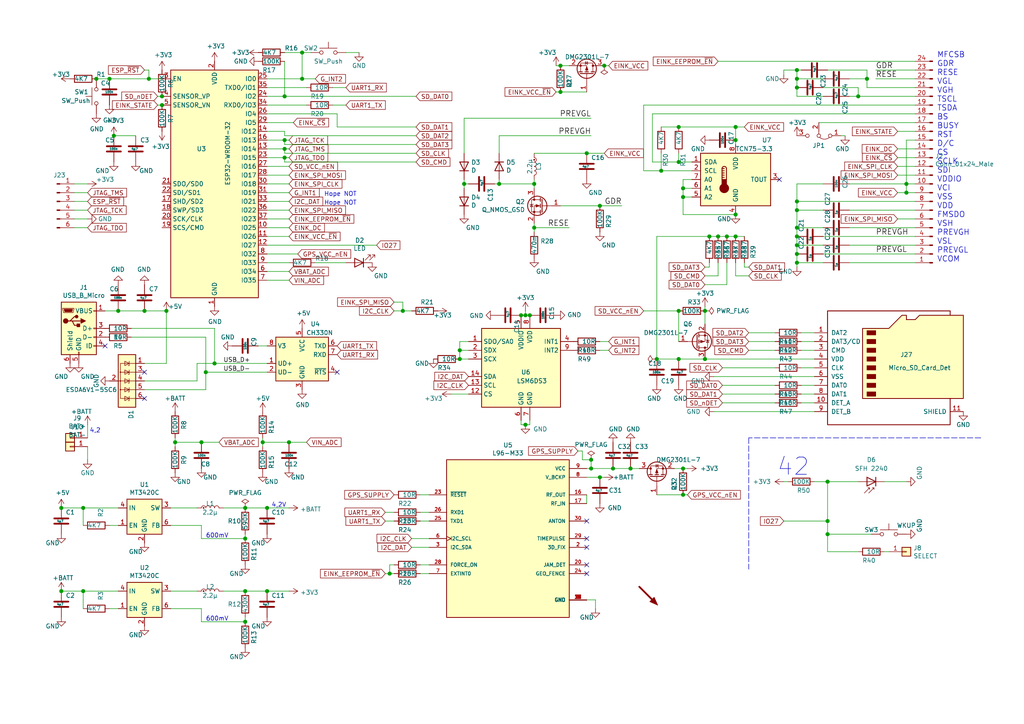
<source format=kicad_sch>
(kicad_sch (version 20201015) (generator eeschema)
  (paper "A4")
  (junction (at 17.78 147.32) (diameter 1.016))
  (junction (at 17.78 171.45) (diameter 1.016))
  (junction (at 24.13 147.32) (diameter 1.016))
  (junction (at 24.13 171.45) (diameter 1.016))
  (junction (at 27.94 22.86) (diameter 1.016))
  (junction (at 31.75 22.86) (diameter 1.016))
  (junction (at 33.02 39.37) (diameter 1.016))
  (junction (at 34.29 90.17) (diameter 1.016))
  (junction (at 41.91 90.17) (diameter 1.016))
  (junction (at 43.18 22.86) (diameter 1.016))
  (junction (at 46.99 27.94) (diameter 1.016))
  (junction (at 46.99 30.48) (diameter 1.016))
  (junction (at 48.26 90.17) (diameter 1.016))
  (junction (at 50.8 128.27) (diameter 1.016))
  (junction (at 58.42 128.27) (diameter 1.016))
  (junction (at 59.69 107.95) (diameter 1.016))
  (junction (at 62.23 105.41) (diameter 1.016))
  (junction (at 71.12 147.32) (diameter 1.016))
  (junction (at 71.12 156.21) (diameter 1.016))
  (junction (at 71.12 171.45) (diameter 1.016))
  (junction (at 71.12 180.34) (diameter 1.016))
  (junction (at 76.2 128.27) (diameter 1.016))
  (junction (at 77.47 147.32) (diameter 1.016))
  (junction (at 77.47 171.45) (diameter 1.016))
  (junction (at 82.55 27.94) (diameter 1.016))
  (junction (at 82.55 40.64) (diameter 1.016))
  (junction (at 82.55 43.18) (diameter 1.016))
  (junction (at 82.55 45.72) (diameter 1.016))
  (junction (at 83.82 128.27) (diameter 1.016))
  (junction (at 87.63 15.24) (diameter 1.016))
  (junction (at 87.63 22.86) (diameter 1.016))
  (junction (at 113.03 166.37) (diameter 1.016))
  (junction (at 116.84 90.17) (diameter 1.016))
  (junction (at 133.35 101.6) (diameter 1.016))
  (junction (at 133.35 104.14) (diameter 1.016))
  (junction (at 134.62 53.34) (diameter 1.016))
  (junction (at 144.78 53.34) (diameter 1.016))
  (junction (at 151.13 91.44) (diameter 1.016))
  (junction (at 152.4 91.44) (diameter 1.016))
  (junction (at 152.4 123.19) (diameter 1.016))
  (junction (at 153.67 91.44) (diameter 1.016))
  (junction (at 154.94 53.34) (diameter 1.016))
  (junction (at 154.94 66.04) (diameter 1.016))
  (junction (at 162.56 19.05) (diameter 1.016))
  (junction (at 162.56 26.67) (diameter 1.016))
  (junction (at 170.18 44.45) (diameter 1.016))
  (junction (at 171.45 133.35) (diameter 1.016))
  (junction (at 171.45 135.89) (diameter 1.016))
  (junction (at 173.99 59.69) (diameter 1.016))
  (junction (at 173.99 138.43) (diameter 1.016))
  (junction (at 175.26 19.05) (diameter 1.016))
  (junction (at 177.8 135.89) (diameter 1.016))
  (junction (at 182.88 135.89) (diameter 1.016))
  (junction (at 190.5 104.14) (diameter 1.016))
  (junction (at 191.77 49.53) (diameter 1.016))
  (junction (at 196.85 36.83) (diameter 1.016))
  (junction (at 196.85 46.99) (diameter 1.016))
  (junction (at 196.85 90.17) (diameter 1.016))
  (junction (at 196.85 104.14) (diameter 1.016))
  (junction (at 198.12 54.61) (diameter 1.016))
  (junction (at 198.12 57.15) (diameter 1.016))
  (junction (at 198.12 135.89) (diameter 1.016))
  (junction (at 198.12 143.51) (diameter 1.016))
  (junction (at 204.47 90.17) (diameter 1.016))
  (junction (at 204.47 104.14) (diameter 1.016))
  (junction (at 205.74 68.58) (diameter 1.016))
  (junction (at 208.28 68.58) (diameter 1.016))
  (junction (at 210.82 68.58) (diameter 1.016))
  (junction (at 213.36 36.83) (diameter 1.016))
  (junction (at 213.36 40.64) (diameter 1.016))
  (junction (at 213.36 62.23) (diameter 1.016))
  (junction (at 213.36 68.58) (diameter 1.016))
  (junction (at 231.14 20.32) (diameter 1.016))
  (junction (at 231.14 22.86) (diameter 1.016))
  (junction (at 231.14 25.4) (diameter 1.016))
  (junction (at 231.14 58.42) (diameter 1.016))
  (junction (at 231.14 60.96) (diameter 1.016))
  (junction (at 231.14 66.04) (diameter 1.016))
  (junction (at 231.14 68.58) (diameter 1.016))
  (junction (at 231.14 71.12) (diameter 1.016))
  (junction (at 231.14 73.66) (diameter 1.016))
  (junction (at 231.14 76.2) (diameter 1.016))
  (junction (at 240.03 139.7) (diameter 1.016))
  (junction (at 240.03 151.13) (diameter 1.016))
  (junction (at 240.03 154.94) (diameter 1.016))
  (junction (at 248.92 27.94) (diameter 1.016))
  (junction (at 251.46 22.86) (diameter 1.016))
  (junction (at 262.89 53.34) (diameter 1.016))
  (junction (at 262.89 55.88) (diameter 1.016))
  (no_connect (at 30.48 100.33))
  (no_connect (at 41.91 107.95))
  (no_connect (at 41.91 115.57))
  (no_connect (at 97.79 107.95))
  (no_connect (at 170.18 151.13))
  (no_connect (at 170.18 156.21))
  (no_connect (at 170.18 158.75))
  (no_connect (at 170.18 163.83))
  (no_connect (at 170.18 166.37))
  (no_connect (at 226.06 52.07))
  (wire (pts (xy 17.78 147.32) (xy 24.13 147.32)))
  (wire (pts (xy 17.78 171.45) (xy 24.13 171.45)))
  (wire (pts (xy 24.13 147.32) (xy 34.29 147.32)))
  (wire (pts (xy 24.13 152.4) (xy 24.13 147.32)))
  (wire (pts (xy 24.13 171.45) (xy 34.29 171.45)))
  (wire (pts (xy 24.13 176.53) (xy 24.13 171.45)))
  (wire (pts (xy 25.4 53.34) (xy 21.59 53.34)))
  (wire (pts (xy 25.4 55.88) (xy 21.59 55.88)))
  (wire (pts (xy 25.4 58.42) (xy 21.59 58.42)))
  (wire (pts (xy 25.4 60.96) (xy 21.59 60.96)))
  (wire (pts (xy 25.4 63.5) (xy 21.59 63.5)))
  (wire (pts (xy 25.4 66.04) (xy 21.59 66.04)))
  (wire (pts (xy 25.4 127) (xy 25.4 123.19)))
  (wire (pts (xy 25.4 129.54) (xy 25.4 133.35)))
  (wire (pts (xy 27.94 22.86) (xy 31.75 22.86)))
  (wire (pts (xy 30.48 90.17) (xy 34.29 90.17)))
  (wire (pts (xy 31.75 22.86) (xy 43.18 22.86)))
  (wire (pts (xy 31.75 152.4) (xy 34.29 152.4)))
  (wire (pts (xy 31.75 176.53) (xy 34.29 176.53)))
  (wire (pts (xy 34.29 90.17) (xy 41.91 90.17)))
  (wire (pts (xy 38.1 95.25) (xy 62.23 95.25)))
  (wire (pts (xy 38.1 97.79) (xy 59.69 97.79)))
  (wire (pts (xy 39.37 39.37) (xy 33.02 39.37)))
  (wire (pts (xy 41.91 20.32) (xy 43.18 20.32)))
  (wire (pts (xy 41.91 90.17) (xy 48.26 90.17)))
  (wire (pts (xy 41.91 105.41) (xy 48.26 105.41)))
  (wire (pts (xy 41.91 110.49) (xy 57.15 110.49)))
  (wire (pts (xy 41.91 113.03) (xy 59.69 113.03)))
  (wire (pts (xy 43.18 20.32) (xy 43.18 22.86)))
  (wire (pts (xy 43.18 22.86) (xy 46.99 22.86)))
  (wire (pts (xy 45.72 27.94) (xy 46.99 27.94)))
  (wire (pts (xy 45.72 30.48) (xy 46.99 30.48)))
  (wire (pts (xy 48.26 105.41) (xy 48.26 90.17)))
  (wire (pts (xy 49.53 147.32) (xy 57.15 147.32)))
  (wire (pts (xy 49.53 152.4) (xy 58.42 152.4)))
  (wire (pts (xy 49.53 171.45) (xy 57.15 171.45)))
  (wire (pts (xy 49.53 176.53) (xy 58.42 176.53)))
  (wire (pts (xy 50.8 127) (xy 50.8 128.27)))
  (wire (pts (xy 50.8 128.27) (xy 50.8 129.54)))
  (wire (pts (xy 50.8 128.27) (xy 58.42 128.27)))
  (wire (pts (xy 57.15 105.41) (xy 62.23 105.41)))
  (wire (pts (xy 57.15 110.49) (xy 57.15 105.41)))
  (wire (pts (xy 58.42 128.27) (xy 63.5 128.27)))
  (wire (pts (xy 58.42 152.4) (xy 58.42 156.21)))
  (wire (pts (xy 58.42 156.21) (xy 71.12 156.21)))
  (wire (pts (xy 58.42 176.53) (xy 58.42 180.34)))
  (wire (pts (xy 58.42 180.34) (xy 71.12 180.34)))
  (wire (pts (xy 59.69 97.79) (xy 59.69 107.95)))
  (wire (pts (xy 59.69 107.95) (xy 77.47 107.95)))
  (wire (pts (xy 59.69 113.03) (xy 59.69 107.95)))
  (wire (pts (xy 62.23 95.25) (xy 62.23 105.41)))
  (wire (pts (xy 64.77 147.32) (xy 71.12 147.32)))
  (wire (pts (xy 64.77 171.45) (xy 71.12 171.45)))
  (wire (pts (xy 71.12 147.32) (xy 77.47 147.32)))
  (wire (pts (xy 71.12 154.94) (xy 71.12 156.21)))
  (wire (pts (xy 71.12 171.45) (xy 77.47 171.45)))
  (wire (pts (xy 71.12 179.07) (xy 71.12 180.34)))
  (wire (pts (xy 74.93 100.33) (xy 77.47 100.33)))
  (wire (pts (xy 76.2 127) (xy 76.2 128.27)))
  (wire (pts (xy 76.2 128.27) (xy 76.2 129.54)))
  (wire (pts (xy 76.2 128.27) (xy 83.82 128.27)))
  (wire (pts (xy 77.47 22.86) (xy 87.63 22.86)))
  (wire (pts (xy 77.47 25.4) (xy 88.9 25.4)))
  (wire (pts (xy 77.47 27.94) (xy 82.55 27.94)))
  (wire (pts (xy 77.47 30.48) (xy 88.9 30.48)))
  (wire (pts (xy 77.47 33.02) (xy 97.79 33.02)))
  (wire (pts (xy 77.47 35.56) (xy 85.09 35.56)))
  (wire (pts (xy 77.47 38.1) (xy 82.55 38.1)))
  (wire (pts (xy 77.47 40.64) (xy 82.55 40.64)))
  (wire (pts (xy 77.47 43.18) (xy 82.55 43.18)))
  (wire (pts (xy 77.47 45.72) (xy 82.55 45.72)))
  (wire (pts (xy 77.47 48.26) (xy 83.82 48.26)))
  (wire (pts (xy 77.47 50.8) (xy 83.82 50.8)))
  (wire (pts (xy 77.47 53.34) (xy 83.82 53.34)))
  (wire (pts (xy 77.47 55.88) (xy 83.82 55.88)))
  (wire (pts (xy 77.47 58.42) (xy 83.82 58.42)))
  (wire (pts (xy 77.47 60.96) (xy 83.82 60.96)))
  (wire (pts (xy 77.47 63.5) (xy 83.82 63.5)))
  (wire (pts (xy 77.47 66.04) (xy 83.82 66.04)))
  (wire (pts (xy 77.47 68.58) (xy 83.82 68.58)))
  (wire (pts (xy 77.47 71.12) (xy 109.22 71.12)))
  (wire (pts (xy 77.47 73.66) (xy 86.36 73.66)))
  (wire (pts (xy 77.47 76.2) (xy 83.82 76.2)))
  (wire (pts (xy 77.47 78.74) (xy 83.82 78.74)))
  (wire (pts (xy 77.47 81.28) (xy 83.82 81.28)))
  (wire (pts (xy 77.47 105.41) (xy 62.23 105.41)))
  (wire (pts (xy 77.47 147.32) (xy 83.82 147.32)))
  (wire (pts (xy 77.47 171.45) (xy 83.82 171.45)))
  (wire (pts (xy 82.55 15.24) (xy 87.63 15.24)))
  (wire (pts (xy 82.55 17.78) (xy 82.55 27.94)))
  (wire (pts (xy 82.55 27.94) (xy 120.65 27.94)))
  (wire (pts (xy 82.55 38.1) (xy 82.55 39.37)))
  (wire (pts (xy 82.55 39.37) (xy 120.65 39.37)))
  (wire (pts (xy 82.55 40.64) (xy 82.55 41.91)))
  (wire (pts (xy 82.55 40.64) (xy 83.82 40.64)))
  (wire (pts (xy 82.55 41.91) (xy 120.65 41.91)))
  (wire (pts (xy 82.55 43.18) (xy 82.55 44.45)))
  (wire (pts (xy 82.55 43.18) (xy 83.82 43.18)))
  (wire (pts (xy 82.55 44.45) (xy 120.65 44.45)))
  (wire (pts (xy 82.55 45.72) (xy 82.55 46.99)))
  (wire (pts (xy 82.55 45.72) (xy 83.82 45.72)))
  (wire (pts (xy 82.55 46.99) (xy 120.65 46.99)))
  (wire (pts (xy 83.82 128.27) (xy 88.9 128.27)))
  (wire (pts (xy 87.63 15.24) (xy 87.63 22.86)))
  (wire (pts (xy 90.17 15.24) (xy 87.63 15.24)))
  (wire (pts (xy 91.44 22.86) (xy 87.63 22.86)))
  (wire (pts (xy 96.52 25.4) (xy 100.33 25.4)))
  (wire (pts (xy 97.79 33.02) (xy 97.79 36.83)))
  (wire (pts (xy 97.79 36.83) (xy 120.65 36.83)))
  (wire (pts (xy 100.33 15.24) (xy 104.14 15.24)))
  (wire (pts (xy 100.33 30.48) (xy 96.52 30.48)))
  (wire (pts (xy 100.33 76.2) (xy 91.44 76.2)))
  (wire (pts (xy 111.76 148.59) (xy 114.3 148.59)))
  (wire (pts (xy 111.76 151.13) (xy 114.3 151.13)))
  (wire (pts (xy 113.03 163.83) (xy 113.03 166.37)))
  (wire (pts (xy 113.03 166.37) (xy 111.76 166.37)))
  (wire (pts (xy 114.3 87.63) (xy 116.84 87.63)))
  (wire (pts (xy 114.3 163.83) (xy 113.03 163.83)))
  (wire (pts (xy 114.3 166.37) (xy 113.03 166.37)))
  (wire (pts (xy 116.84 87.63) (xy 116.84 90.17)))
  (wire (pts (xy 116.84 90.17) (xy 114.3 90.17)))
  (wire (pts (xy 119.38 90.17) (xy 116.84 90.17)))
  (wire (pts (xy 119.38 156.21) (xy 124.46 156.21)))
  (wire (pts (xy 119.38 158.75) (xy 124.46 158.75)))
  (wire (pts (xy 121.92 148.59) (xy 124.46 148.59)))
  (wire (pts (xy 121.92 151.13) (xy 124.46 151.13)))
  (wire (pts (xy 121.92 163.83) (xy 124.46 163.83)))
  (wire (pts (xy 121.92 166.37) (xy 124.46 166.37)))
  (wire (pts (xy 124.46 143.51) (xy 121.92 143.51)))
  (wire (pts (xy 133.35 99.06) (xy 133.35 101.6)))
  (wire (pts (xy 133.35 101.6) (xy 133.35 104.14)))
  (wire (pts (xy 133.35 104.14) (xy 135.89 104.14)))
  (wire (pts (xy 134.62 34.29) (xy 171.45 34.29)))
  (wire (pts (xy 134.62 44.45) (xy 134.62 34.29)))
  (wire (pts (xy 134.62 53.34) (xy 134.62 52.07)))
  (wire (pts (xy 134.62 54.61) (xy 134.62 53.34)))
  (wire (pts (xy 135.89 53.34) (xy 134.62 53.34)))
  (wire (pts (xy 135.89 99.06) (xy 133.35 99.06)))
  (wire (pts (xy 135.89 101.6) (xy 133.35 101.6)))
  (wire (pts (xy 135.89 114.3) (xy 130.81 114.3)))
  (wire (pts (xy 143.51 53.34) (xy 144.78 53.34)))
  (wire (pts (xy 144.78 39.37) (xy 171.45 39.37)))
  (wire (pts (xy 144.78 44.45) (xy 144.78 39.37)))
  (wire (pts (xy 144.78 53.34) (xy 144.78 52.07)))
  (wire (pts (xy 151.13 91.44) (xy 152.4 91.44)))
  (wire (pts (xy 151.13 121.92) (xy 151.13 123.19)))
  (wire (pts (xy 151.13 123.19) (xy 152.4 123.19)))
  (wire (pts (xy 152.4 90.17) (xy 152.4 91.44)))
  (wire (pts (xy 152.4 91.44) (xy 153.67 91.44)))
  (wire (pts (xy 153.67 121.92) (xy 153.67 123.19)))
  (wire (pts (xy 153.67 123.19) (xy 152.4 123.19)))
  (wire (pts (xy 154.94 52.07) (xy 154.94 53.34)))
  (wire (pts (xy 154.94 53.34) (xy 144.78 53.34)))
  (wire (pts (xy 154.94 53.34) (xy 154.94 54.61)))
  (wire (pts (xy 154.94 64.77) (xy 154.94 66.04)))
  (wire (pts (xy 154.94 66.04) (xy 154.94 67.31)))
  (wire (pts (xy 154.94 66.04) (xy 165.1 66.04)))
  (wire (pts (xy 161.29 19.05) (xy 162.56 19.05)))
  (wire (pts (xy 161.29 26.67) (xy 162.56 26.67)))
  (wire (pts (xy 162.56 19.05) (xy 165.1 19.05)))
  (wire (pts (xy 162.56 26.67) (xy 170.18 26.67)))
  (wire (pts (xy 162.56 59.69) (xy 173.99 59.69)))
  (wire (pts (xy 167.64 130.81) (xy 168.91 130.81)))
  (wire (pts (xy 168.91 130.81) (xy 168.91 133.35)))
  (wire (pts (xy 168.91 133.35) (xy 171.45 133.35)))
  (wire (pts (xy 170.18 44.45) (xy 154.94 44.45)))
  (wire (pts (xy 170.18 44.45) (xy 175.26 44.45)))
  (wire (pts (xy 170.18 135.89) (xy 171.45 135.89)))
  (wire (pts (xy 170.18 138.43) (xy 173.99 138.43)))
  (wire (pts (xy 170.18 143.51) (xy 170.18 146.05)))
  (wire (pts (xy 170.18 173.99) (xy 172.72 173.99)))
  (wire (pts (xy 171.45 133.35) (xy 171.45 135.89)))
  (wire (pts (xy 171.45 135.89) (xy 177.8 135.89)))
  (wire (pts (xy 172.72 173.99) (xy 172.72 176.53)))
  (wire (pts (xy 173.99 59.69) (xy 180.34 59.69)))
  (wire (pts (xy 173.99 99.06) (xy 176.53 99.06)))
  (wire (pts (xy 175.26 19.05) (xy 176.53 19.05)))
  (wire (pts (xy 175.26 138.43) (xy 173.99 138.43)))
  (wire (pts (xy 176.53 101.6) (xy 173.99 101.6)))
  (wire (pts (xy 177.8 135.89) (xy 182.88 135.89)))
  (wire (pts (xy 182.88 135.89) (xy 185.42 135.89)))
  (wire (pts (xy 186.69 30.48) (xy 186.69 49.53)))
  (wire (pts (xy 186.69 90.17) (xy 196.85 90.17)))
  (wire (pts (xy 189.23 33.02) (xy 189.23 46.99)))
  (wire (pts (xy 189.23 33.02) (xy 265.43 33.02)))
  (wire (pts (xy 190.5 68.58) (xy 205.74 68.58)))
  (wire (pts (xy 190.5 104.14) (xy 190.5 68.58)))
  (wire (pts (xy 190.5 104.14) (xy 196.85 104.14)))
  (wire (pts (xy 191.77 36.83) (xy 196.85 36.83)))
  (wire (pts (xy 191.77 44.45) (xy 191.77 49.53)))
  (wire (pts (xy 191.77 49.53) (xy 186.69 49.53)))
  (wire (pts (xy 196.85 36.83) (xy 213.36 36.83)))
  (wire (pts (xy 196.85 44.45) (xy 196.85 46.99)))
  (wire (pts (xy 196.85 46.99) (xy 189.23 46.99)))
  (wire (pts (xy 196.85 99.06) (xy 196.85 90.17)))
  (wire (pts (xy 196.85 104.14) (xy 204.47 104.14)))
  (wire (pts (xy 198.12 52.07) (xy 200.66 52.07)))
  (wire (pts (xy 198.12 54.61) (xy 198.12 52.07)))
  (wire (pts (xy 198.12 57.15) (xy 198.12 54.61)))
  (wire (pts (xy 198.12 62.23) (xy 198.12 57.15)))
  (wire (pts (xy 198.12 135.89) (xy 195.58 135.89)))
  (wire (pts (xy 198.12 143.51) (xy 190.5 143.51)))
  (wire (pts (xy 199.39 135.89) (xy 198.12 135.89)))
  (wire (pts (xy 199.39 143.51) (xy 198.12 143.51)))
  (wire (pts (xy 200.66 46.99) (xy 196.85 46.99)))
  (wire (pts (xy 200.66 49.53) (xy 191.77 49.53)))
  (wire (pts (xy 200.66 54.61) (xy 198.12 54.61)))
  (wire (pts (xy 200.66 57.15) (xy 198.12 57.15)))
  (wire (pts (xy 204.47 77.47) (xy 205.74 77.47)))
  (wire (pts (xy 204.47 80.01) (xy 208.28 80.01)))
  (wire (pts (xy 204.47 82.55) (xy 210.82 82.55)))
  (wire (pts (xy 204.47 88.9) (xy 204.47 90.17)))
  (wire (pts (xy 204.47 90.17) (xy 204.47 93.98)))
  (wire (pts (xy 204.47 104.14) (xy 236.22 104.14)))
  (wire (pts (xy 205.74 68.58) (xy 208.28 68.58)))
  (wire (pts (xy 205.74 77.47) (xy 205.74 76.2)))
  (wire (pts (xy 207.01 109.22) (xy 236.22 109.22)))
  (wire (pts (xy 207.01 119.38) (xy 236.22 119.38)))
  (wire (pts (xy 208.28 17.78) (xy 265.43 17.78)))
  (wire (pts (xy 208.28 68.58) (xy 210.82 68.58)))
  (wire (pts (xy 208.28 80.01) (xy 208.28 76.2)))
  (wire (pts (xy 209.55 106.68) (xy 224.79 106.68)))
  (wire (pts (xy 209.55 111.76) (xy 224.79 111.76)))
  (wire (pts (xy 209.55 114.3) (xy 224.79 114.3)))
  (wire (pts (xy 209.55 116.84) (xy 224.79 116.84)))
  (wire (pts (xy 210.82 68.58) (xy 213.36 68.58)))
  (wire (pts (xy 210.82 82.55) (xy 210.82 76.2)))
  (wire (pts (xy 213.36 40.64) (xy 213.36 36.83)))
  (wire (pts (xy 213.36 41.91) (xy 213.36 40.64)))
  (wire (pts (xy 213.36 62.23) (xy 198.12 62.23)))
  (wire (pts (xy 213.36 68.58) (xy 215.9 68.58)))
  (wire (pts (xy 213.36 80.01) (xy 213.36 76.2)))
  (wire (pts (xy 215.9 36.83) (xy 213.36 36.83)))
  (wire (pts (xy 215.9 77.47) (xy 215.9 76.2)))
  (wire (pts (xy 217.17 77.47) (xy 215.9 77.47)))
  (wire (pts (xy 217.17 80.01) (xy 213.36 80.01)))
  (wire (pts (xy 217.17 96.52) (xy 224.79 96.52)))
  (wire (pts (xy 217.17 99.06) (xy 224.79 99.06)))
  (wire (pts (xy 217.17 101.6) (xy 224.79 101.6)))
  (wire (pts (xy 227.33 20.32) (xy 227.33 21.59)))
  (wire (pts (xy 227.33 139.7) (xy 228.6 139.7)))
  (wire (pts (xy 227.33 151.13) (xy 240.03 151.13)))
  (wire (pts (xy 231.14 20.32) (xy 227.33 20.32)))
  (wire (pts (xy 231.14 20.32) (xy 231.14 22.86)))
  (wire (pts (xy 231.14 22.86) (xy 231.14 25.4)))
  (wire (pts (xy 231.14 27.94) (xy 231.14 25.4)))
  (wire (pts (xy 231.14 53.34) (xy 231.14 58.42)))
  (wire (pts (xy 231.14 58.42) (xy 231.14 60.96)))
  (wire (pts (xy 231.14 60.96) (xy 231.14 66.04)))
  (wire (pts (xy 231.14 66.04) (xy 231.14 68.58)))
  (wire (pts (xy 231.14 66.04) (xy 238.76 66.04)))
  (wire (pts (xy 231.14 68.58) (xy 231.14 71.12)))
  (wire (pts (xy 231.14 71.12) (xy 231.14 73.66)))
  (wire (pts (xy 231.14 73.66) (xy 231.14 76.2)))
  (wire (pts (xy 231.14 76.2) (xy 231.14 77.47)))
  (wire (pts (xy 232.41 20.32) (xy 231.14 20.32)))
  (wire (pts (xy 232.41 96.52) (xy 236.22 96.52)))
  (wire (pts (xy 232.41 99.06) (xy 236.22 99.06)))
  (wire (pts (xy 232.41 101.6) (xy 236.22 101.6)))
  (wire (pts (xy 232.41 106.68) (xy 236.22 106.68)))
  (wire (pts (xy 232.41 111.76) (xy 236.22 111.76)))
  (wire (pts (xy 232.41 114.3) (xy 236.22 114.3)))
  (wire (pts (xy 232.41 116.84) (xy 236.22 116.84)))
  (wire (pts (xy 236.22 139.7) (xy 240.03 139.7)))
  (wire (pts (xy 238.76 22.86) (xy 231.14 22.86)))
  (wire (pts (xy 238.76 25.4) (xy 248.92 25.4)))
  (wire (pts (xy 238.76 27.94) (xy 231.14 27.94)))
  (wire (pts (xy 238.76 53.34) (xy 231.14 53.34)))
  (wire (pts (xy 238.76 60.96) (xy 231.14 60.96)))
  (wire (pts (xy 238.76 68.58) (xy 265.43 68.58)))
  (wire (pts (xy 238.76 71.12) (xy 231.14 71.12)))
  (wire (pts (xy 238.76 73.66) (xy 265.43 73.66)))
  (wire (pts (xy 238.76 76.2) (xy 231.14 76.2)))
  (wire (pts (xy 240.03 20.32) (xy 251.46 20.32)))
  (wire (pts (xy 240.03 139.7) (xy 248.92 139.7)))
  (wire (pts (xy 240.03 151.13) (xy 240.03 139.7)))
  (wire (pts (xy 240.03 154.94) (xy 240.03 151.13)))
  (wire (pts (xy 240.03 154.94) (xy 252.73 154.94)))
  (wire (pts (xy 240.03 160.02) (xy 240.03 154.94)))
  (wire (pts (xy 245.11 39.37) (xy 243.84 39.37)))
  (wire (pts (xy 246.38 53.34) (xy 262.89 53.34)))
  (wire (pts (xy 246.38 60.96) (xy 265.43 60.96)))
  (wire (pts (xy 246.38 66.04) (xy 265.43 66.04)))
  (wire (pts (xy 246.38 71.12) (xy 265.43 71.12)))
  (wire (pts (xy 246.38 76.2) (xy 265.43 76.2)))
  (wire (pts (xy 248.92 25.4) (xy 248.92 27.94)))
  (wire (pts (xy 248.92 27.94) (xy 246.38 27.94)))
  (wire (pts (xy 248.92 160.02) (xy 240.03 160.02)))
  (wire (pts (xy 251.46 20.32) (xy 251.46 22.86)))
  (wire (pts (xy 251.46 22.86) (xy 246.38 22.86)))
  (wire (pts (xy 251.46 25.4) (xy 251.46 22.86)))
  (wire (pts (xy 254 20.32) (xy 265.43 20.32)))
  (wire (pts (xy 254 22.86) (xy 265.43 22.86)))
  (wire (pts (xy 256.54 139.7) (xy 262.89 139.7)))
  (wire (pts (xy 256.54 160.02) (xy 257.81 160.02)))
  (wire (pts (xy 260.35 50.8) (xy 265.43 50.8)))
  (wire (pts (xy 260.35 55.88) (xy 262.89 55.88)))
  (wire (pts (xy 262.89 40.64) (xy 262.89 53.34)))
  (wire (pts (xy 262.89 53.34) (xy 265.43 53.34)))
  (wire (pts (xy 262.89 55.88) (xy 262.89 53.34)))
  (wire (pts (xy 265.43 25.4) (xy 251.46 25.4)))
  (wire (pts (xy 265.43 27.94) (xy 248.92 27.94)))
  (wire (pts (xy 265.43 30.48) (xy 186.69 30.48)))
  (wire (pts (xy 265.43 35.56) (xy 237.49 35.56)))
  (wire (pts (xy 265.43 38.1) (xy 260.35 38.1)))
  (wire (pts (xy 265.43 40.64) (xy 262.89 40.64)))
  (wire (pts (xy 265.43 43.18) (xy 260.35 43.18)))
  (wire (pts (xy 265.43 45.72) (xy 260.35 45.72)))
  (wire (pts (xy 265.43 48.26) (xy 260.35 48.26)))
  (wire (pts (xy 265.43 55.88) (xy 262.89 55.88)))
  (wire (pts (xy 265.43 58.42) (xy 231.14 58.42)))
  (wire (pts (xy 265.43 63.5) (xy 260.35 63.5)))
  (polyline (pts (xy 217.17 127) (xy 217.17 165.1)) (stroke (width 0) (type dash)))
  (polyline (pts (xy 284.48 127) (xy 217.17 127)) (stroke (width 0) (type dash)))
  (text "4,2" (at 29.21 125.73 180) (effects (font (size 1.27 1.27)) (justify right bottom)))
  (text "600mV" (at 59.69 156.21 0) (effects (font (size 1.27 1.27)) (justify left bottom)))
  (text "600mV" (at 59.69 180.34 0) (effects (font (size 1.27 1.27)) (justify left bottom)))
  (text "4,2V" (at 78.74 147.32 0) (effects (font (size 1.27 1.27)) (justify left bottom)))
  (text "Hope NOT" (at 93.98 57.15 0) (effects (font (size 1.27 1.27)) (justify left bottom)))
  (text "Hope NOT" (at 93.98 59.69 0) (effects (font (size 1.27 1.27)) (justify left bottom)))
  (text "42" (at 234.95 138.43 180) (effects (font (size 5 5)) (justify right bottom)))
  (text "MFCSB\nGDR\nRESE\nVGL\nVGH\nTSCL\nTSDA\nBS\nBUSY\nRST\nD/C\nCS\nSCLK\nSDI\nVDDIO\nVCI\nVSS\nVDD\nFMSDO\nVSH\nPREVGH\nVSL\nPREVGL\nVCOM" (at 271.78 76.2 0) (effects (font (size 1.6002 1.6002)) (justify left bottom)))
  (label "USB_D+" (at 64.77 105.41 0))
  (label "USB_D-" (at 64.77 107.95 0))
  (label "RESE" (at 165.1 66.04 180) (effects (font (size 1.6002 1.6002))))
  (label "PREVGL" (at 171.45 34.29 180) (effects (font (size 1.6002 1.6002))))
  (label "PREVGH" (at 171.45 39.37 180) (effects (font (size 1.6002 1.6002))))
  (label "GDR" (at 180.34 59.69 180) (effects (font (size 1.6002 1.6002))))
  (label "GDR" (at 254 20.32 0) (effects (font (size 1.6002 1.6002))))
  (label "RESE" (at 254 22.86 0) (effects (font (size 1.6002 1.6002))))
  (label "PREVGH" (at 254 68.58 0) (effects (font (size 1.6002 1.6002))))
  (label "PREVGL" (at 254 73.66 0) (effects (font (size 1.6002 1.6002))))
  (global_label "JTAG_TMS" (shape input) (at 25.4 55.88 0) (property "Intersheet References" "${INTERSHEET_REFS}" (effects hide)))
  (global_label "ESP_~RST" (shape input) (at 25.4 58.42 0) (property "Intersheet References" "${INTERSHEET_REFS}" (effects hide)))
  (global_label "JTAG_TCK" (shape input) (at 25.4 60.96 0) (property "Intersheet References" "${INTERSHEET_REFS}" (effects hide)))
  (global_label "JTAG_TDO" (shape input) (at 25.4 66.04 0) (property "Intersheet References" "${INTERSHEET_REFS}" (effects hide)))
  (global_label "ESP_~RST" (shape input) (at 41.91 20.32 180) (property "Intersheet References" "${INTERSHEET_REFS}" (effects hide)))
  (global_label "SD_nDET" (shape input) (at 45.72 27.94 180) (property "Intersheet References" "${INTERSHEET_REFS}" (effects hide)))
  (global_label "EINK_STATE" (shape input) (at 45.72 30.48 180) (property "Intersheet References" "${INTERSHEET_REFS}" (effects hide)))
  (global_label "VBAT_ADC" (shape input) (at 63.5 128.27 0) (property "Intersheet References" "${INTERSHEET_REFS}" (effects hide)))
  (global_label "JTAG_TCK" (shape input) (at 83.82 40.64 0) (property "Intersheet References" "${INTERSHEET_REFS}" (effects hide)))
  (global_label "JTAG_TMS" (shape input) (at 83.82 43.18 0) (property "Intersheet References" "${INTERSHEET_REFS}" (effects hide)))
  (global_label "JTAG_TDO" (shape input) (at 83.82 45.72 0) (property "Intersheet References" "${INTERSHEET_REFS}" (effects hide)))
  (global_label "SD_VCC_nEN" (shape input) (at 83.82 48.26 0) (property "Intersheet References" "${INTERSHEET_REFS}" (effects hide)))
  (global_label "EINK_SPI_MOSI" (shape input) (at 83.82 50.8 0) (property "Intersheet References" "${INTERSHEET_REFS}" (effects hide)))
  (global_label "EINK_SPI_CLK" (shape input) (at 83.82 53.34 0) (property "Intersheet References" "${INTERSHEET_REFS}" (effects hide)))
  (global_label "G_INT1" (shape input) (at 83.82 55.88 0) (property "Intersheet References" "${INTERSHEET_REFS}" (effects hide)))
  (global_label "I2C_DAT" (shape input) (at 83.82 58.42 0) (property "Intersheet References" "${INTERSHEET_REFS}" (effects hide)))
  (global_label "EINK_SPI_MISO" (shape input) (at 83.82 60.96 0) (property "Intersheet References" "${INTERSHEET_REFS}" (effects hide)))
  (global_label "EINK_EEPROM_~EN" (shape input) (at 83.82 63.5 0) (property "Intersheet References" "${INTERSHEET_REFS}" (effects hide)))
  (global_label "EINK_DC" (shape input) (at 83.82 66.04 0) (property "Intersheet References" "${INTERSHEET_REFS}" (effects hide)))
  (global_label "EINK_VCC_~EN" (shape input) (at 83.82 68.58 0) (property "Intersheet References" "${INTERSHEET_REFS}" (effects hide)))
  (global_label "VBAT_ADC" (shape input) (at 83.82 78.74 0) (property "Intersheet References" "${INTERSHEET_REFS}" (effects hide)))
  (global_label "VIN_ADC" (shape input) (at 83.82 81.28 0) (property "Intersheet References" "${INTERSHEET_REFS}" (effects hide)))
  (global_label "EINK_~CS" (shape input) (at 85.09 35.56 0) (property "Intersheet References" "${INTERSHEET_REFS}" (effects hide)))
  (global_label "GPS_VCC_nEN" (shape input) (at 86.36 73.66 0) (property "Intersheet References" "${INTERSHEET_REFS}" (effects hide)))
  (global_label "VIN_ADC" (shape input) (at 88.9 128.27 0) (property "Intersheet References" "${INTERSHEET_REFS}" (effects hide)))
  (global_label "G_INT2" (shape input) (at 91.44 22.86 0) (property "Intersheet References" "${INTERSHEET_REFS}" (effects hide)))
  (global_label "UART1_TX" (shape input) (at 97.79 100.33 0) (property "Intersheet References" "${INTERSHEET_REFS}" (effects hide)))
  (global_label "UART1_RX" (shape input) (at 97.79 102.87 0) (property "Intersheet References" "${INTERSHEET_REFS}" (effects hide)))
  (global_label "UART1_RX" (shape input) (at 100.33 25.4 0) (property "Intersheet References" "${INTERSHEET_REFS}" (effects hide)))
  (global_label "UART1_TX" (shape input) (at 100.33 30.48 0) (property "Intersheet References" "${INTERSHEET_REFS}" (effects hide)))
  (global_label "IO27" (shape input) (at 109.22 71.12 0) (property "Intersheet References" "${INTERSHEET_REFS}" (effects hide)))
  (global_label "UART1_RX" (shape input) (at 111.76 148.59 180) (property "Intersheet References" "${INTERSHEET_REFS}" (effects hide)))
  (global_label "UART1_TX" (shape input) (at 111.76 151.13 180) (property "Intersheet References" "${INTERSHEET_REFS}" (effects hide)))
  (global_label "EINK_EEPROM_~EN" (shape input) (at 111.76 166.37 180) (property "Intersheet References" "${INTERSHEET_REFS}" (effects hide)))
  (global_label "EINK_SPI_MISO" (shape input) (at 114.3 87.63 180) (property "Intersheet References" "${INTERSHEET_REFS}" (effects hide)))
  (global_label "I2C_CLK" (shape input) (at 114.3 90.17 180) (property "Intersheet References" "${INTERSHEET_REFS}" (effects hide)))
  (global_label "GPS_SUPPLY" (shape input) (at 114.3 143.51 180) (property "Intersheet References" "${INTERSHEET_REFS}" (effects hide)))
  (global_label "I2C_CLK" (shape input) (at 119.38 156.21 180) (property "Intersheet References" "${INTERSHEET_REFS}" (effects hide)))
  (global_label "I2C_DAT" (shape input) (at 119.38 158.75 180) (property "Intersheet References" "${INTERSHEET_REFS}" (effects hide)))
  (global_label "SD_DAT0" (shape input) (at 120.65 27.94 0) (property "Intersheet References" "${INTERSHEET_REFS}" (effects hide)))
  (global_label "SD_DAT1" (shape input) (at 120.65 36.83 0) (property "Intersheet References" "${INTERSHEET_REFS}" (effects hide)))
  (global_label "SD_DAT2" (shape input) (at 120.65 39.37 0) (property "Intersheet References" "${INTERSHEET_REFS}" (effects hide)))
  (global_label "SD_DAT3" (shape input) (at 120.65 41.91 0) (property "Intersheet References" "${INTERSHEET_REFS}" (effects hide)))
  (global_label "SD_CLK" (shape input) (at 120.65 44.45 0) (property "Intersheet References" "${INTERSHEET_REFS}" (effects hide)))
  (global_label "SD_CMD" (shape input) (at 120.65 46.99 0) (property "Intersheet References" "${INTERSHEET_REFS}" (effects hide)))
  (global_label "I2C_DAT" (shape input) (at 135.89 109.22 180) (property "Intersheet References" "${INTERSHEET_REFS}" (effects hide)))
  (global_label "I2C_CLK" (shape input) (at 135.89 111.76 180) (property "Intersheet References" "${INTERSHEET_REFS}" (effects hide)))
  (global_label "EINK_VCC_~EN" (shape input) (at 161.29 26.67 180) (property "Intersheet References" "${INTERSHEET_REFS}" (effects hide)))
  (global_label "GPS_SUPPLY" (shape input) (at 167.64 130.81 180) (property "Intersheet References" "${INTERSHEET_REFS}" (effects hide)))
  (global_label "EINK_VCC" (shape input) (at 175.26 44.45 0) (property "Intersheet References" "${INTERSHEET_REFS}" (effects hide)))
  (global_label "EINK_VCC" (shape input) (at 176.53 19.05 0) (property "Intersheet References" "${INTERSHEET_REFS}" (effects hide)))
  (global_label "G_INT1" (shape input) (at 176.53 99.06 0) (property "Intersheet References" "${INTERSHEET_REFS}" (effects hide)))
  (global_label "G_INT2" (shape input) (at 176.53 101.6 0) (property "Intersheet References" "${INTERSHEET_REFS}" (effects hide)))
  (global_label "SD_VCC_nEN" (shape input) (at 186.69 90.17 180) (property "Intersheet References" "${INTERSHEET_REFS}" (effects hide)))
  (global_label "GPS_VCC_nEN" (shape input) (at 199.39 143.51 0) (property "Intersheet References" "${INTERSHEET_REFS}" (effects hide)))
  (global_label "SD_DAT3" (shape input) (at 204.47 77.47 180) (property "Intersheet References" "${INTERSHEET_REFS}" (effects hide)))
  (global_label "SD_CMD" (shape input) (at 204.47 80.01 180) (property "Intersheet References" "${INTERSHEET_REFS}" (effects hide)))
  (global_label "SD_DAT0" (shape input) (at 204.47 82.55 180) (property "Intersheet References" "${INTERSHEET_REFS}" (effects hide)))
  (global_label "EINK_EEPROM_~EN" (shape input) (at 208.28 17.78 180) (property "Intersheet References" "${INTERSHEET_REFS}" (effects hide)))
  (global_label "SD_CLK" (shape input) (at 209.55 106.68 180) (property "Intersheet References" "${INTERSHEET_REFS}" (effects hide)))
  (global_label "SD_DAT0" (shape input) (at 209.55 111.76 180) (property "Intersheet References" "${INTERSHEET_REFS}" (effects hide)))
  (global_label "SD_DAT1" (shape input) (at 209.55 114.3 180) (property "Intersheet References" "${INTERSHEET_REFS}" (effects hide)))
  (global_label "SD_nDET" (shape input) (at 209.55 116.84 180) (property "Intersheet References" "${INTERSHEET_REFS}" (effects hide)))
  (global_label "EINK_VCC" (shape input) (at 215.9 36.83 0) (property "Intersheet References" "${INTERSHEET_REFS}" (effects hide)))
  (global_label "SD_DAT1" (shape input) (at 217.17 77.47 0) (property "Intersheet References" "${INTERSHEET_REFS}" (effects hide)))
  (global_label "SD_CLK" (shape input) (at 217.17 80.01 0) (property "Intersheet References" "${INTERSHEET_REFS}" (effects hide)))
  (global_label "SD_DAT2" (shape input) (at 217.17 96.52 180) (property "Intersheet References" "${INTERSHEET_REFS}" (effects hide)))
  (global_label "SD_DAT3" (shape input) (at 217.17 99.06 180) (property "Intersheet References" "${INTERSHEET_REFS}" (effects hide)))
  (global_label "SD_CMD" (shape input) (at 217.17 101.6 180) (property "Intersheet References" "${INTERSHEET_REFS}" (effects hide)))
  (global_label "IO27" (shape input) (at 227.33 151.13 180) (property "Intersheet References" "${INTERSHEET_REFS}" (effects hide)))
  (global_label "EINK_STATE" (shape input) (at 260.35 38.1 180) (property "Intersheet References" "${INTERSHEET_REFS}" (effects hide)))
  (global_label "EINK_DC" (shape input) (at 260.35 43.18 180) (property "Intersheet References" "${INTERSHEET_REFS}" (effects hide)))
  (global_label "EINK_~CS" (shape input) (at 260.35 45.72 180) (property "Intersheet References" "${INTERSHEET_REFS}" (effects hide)))
  (global_label "EINK_SPI_CLK" (shape input) (at 260.35 48.26 180) (property "Intersheet References" "${INTERSHEET_REFS}" (effects hide)))
  (global_label "EINK_SPI_MOSI" (shape input) (at 260.35 50.8 180) (property "Intersheet References" "${INTERSHEET_REFS}" (effects hide)))
  (global_label "EINK_VCC" (shape input) (at 260.35 55.88 180) (property "Intersheet References" "${INTERSHEET_REFS}" (effects hide)))
  (global_label "EINK_SPI_MISO" (shape input) (at 260.35 63.5 180) (property "Intersheet References" "${INTERSHEET_REFS}" (effects hide)))
  (symbol (lib_id "power:PWR_FLAG") (at 71.12 147.32 0) (unit 1)
    (property "Reference" "#FLG0104" (effects hide))
    (property "Value" "PWR_FLAG" (at 71.12 142.9258 0))
  )
  (symbol (lib_id "power:PWR_FLAG") (at 171.45 133.35 0) (unit 1)
    (property "Reference" "#FLG0102" (effects hide))
    (property "Value" "PWR_FLAG" (at 171.45 128.9558 0))
  )
  (symbol (lib_id "power:PWR_FLAG") (at 175.26 19.05 180) (unit 1)
    (property "Reference" "#FLG0103" (effects hide))
    (property "Value" "PWR_FLAG" (effects hide))
  )
  (symbol (lib_id "power:PWR_FLAG") (at 190.5 104.14 90) (unit 1)
    (property "Reference" "#FLG0101" (effects hide))
    (property "Value" "PWR_FLAG" (effects hide))
  )
  (symbol (lib_id "power:PWR_FLAG") (at 204.47 90.17 270) (unit 1)
    (property "Reference" "#FLG01" (effects hide))
    (property "Value" "PWR_FLAG" (at 207.7212 90.17 90) (effects (justify left)))
  )
  (symbol (lib_id "power:+5V") (at 17.78 147.32 0) (unit 1)
    (property "Reference" "#PWR0112" (effects hide))
    (property "Value" "+5V" (at 18.161 142.9258 0))
  )
  (symbol (lib_id "power:+BATT") (at 17.78 171.45 0) (unit 1)
    (property "Reference" "#PWR0105" (effects hide))
    (property "Value" "+BATT" (at 15.24 167.64 0) (effects (justify left)))
  )
  (symbol (lib_id "power:+3.3V") (at 20.32 22.86 90) (unit 1)
    (property "Reference" "#PWR03" (effects hide))
    (property "Value" "+3.3V" (at 20.32 21.59 90) (effects (justify left)))
  )
  (symbol (lib_id "power:+3.3V") (at 25.4 53.34 270) (unit 1)
    (property "Reference" "#PWR0136" (effects hide))
    (property "Value" "+3.3V" (at 30.48 52.07 90))
  )
  (symbol (lib_id "power:+BATT") (at 25.4 123.19 0) (mirror y) (unit 1)
    (property "Reference" "#PWR031" (effects hide))
    (property "Value" "+BATT" (at 26.67 119.38 0) (effects (justify left)))
  )
  (symbol (lib_id "power:+3.3V") (at 33.02 39.37 0) (unit 1)
    (property "Reference" "#PWR07" (effects hide))
    (property "Value" "+3.3V" (at 33.401 34.9758 0))
  )
  (symbol (lib_id "power:+3.3V") (at 46.99 20.32 0) (unit 1)
    (property "Reference" "#PWR0119" (effects hide))
    (property "Value" "+3.3V" (at 47.371 15.9258 0))
  )
  (symbol (lib_id "power:+3.3V") (at 46.99 38.1 180) (unit 1)
    (property "Reference" "#PWR0118" (effects hide))
    (property "Value" "+3.3V" (at 46.609 42.4942 0))
  )
  (symbol (lib_id "power:+5V") (at 48.26 90.17 0) (unit 1)
    (property "Reference" "#PWR0113" (effects hide))
    (property "Value" "+5V" (at 50.8 88.9 0))
  )
  (symbol (lib_id "power:+BATT") (at 50.8 119.38 0) (unit 1)
    (property "Reference" "#PWR036" (effects hide))
    (property "Value" "+BATT" (at 50.8 115.57 0))
  )
  (symbol (lib_id "power:+3.3V") (at 62.23 17.78 0) (unit 1)
    (property "Reference" "#PWR016" (effects hide))
    (property "Value" "+3.3V" (at 62.611 13.3858 0))
  )
  (symbol (lib_id "power:+3.3V") (at 74.93 15.24 90) (unit 1)
    (property "Reference" "#PWR018" (effects hide))
    (property "Value" "+3.3V" (at 72.39 15.24 90) (effects (justify left)))
  )
  (symbol (lib_id "power:+5V") (at 76.2 119.38 0) (unit 1)
    (property "Reference" "#PWR0122" (effects hide))
    (property "Value" "+5V" (at 76.2 115.57 0))
  )
  (symbol (lib_id "power:+BATT") (at 83.82 147.32 270) (unit 1)
    (property "Reference" "#PWR0111" (effects hide))
    (property "Value" "+BATT" (at 87.0712 147.701 90) (effects (justify left)))
  )
  (symbol (lib_id "power:+3.3V") (at 83.82 171.45 270) (unit 1)
    (property "Reference" "#PWR029" (effects hide))
    (property "Value" "+3.3V" (at 87.0712 171.831 90) (effects (justify left)))
  )
  (symbol (lib_id "power:+5V") (at 87.63 95.25 0) (unit 1)
    (property "Reference" "#PWR0114" (effects hide))
    (property "Value" "+5V" (at 88.011 90.8558 0))
  )
  (symbol (lib_id "power:+3.3V") (at 127 90.17 270) (unit 1)
    (property "Reference" "#PWR034" (effects hide))
    (property "Value" "+3.3V" (at 125.73 91.44 90) (effects (justify left)))
  )
  (symbol (lib_id "power:+3.3V") (at 130.81 114.3 90) (unit 1)
    (property "Reference" "#PWR070" (effects hide))
    (property "Value" "+3.3V" (at 125.73 115.57 90))
  )
  (symbol (lib_id "power:+3.3V") (at 152.4 90.17 0) (unit 1)
    (property "Reference" "#PWR078" (effects hide))
    (property "Value" "+3.3V" (at 152.4 86.36 0))
  )
  (symbol (lib_id "power:+3.3V") (at 161.29 19.05 0) (unit 1)
    (property "Reference" "#PWR061" (effects hide))
    (property "Value" "+3.3V" (at 158.75 15.24 0))
  )
  (symbol (lib_id "power:+BATT") (at 175.26 138.43 270) (unit 1)
    (property "Reference" "#PWR02" (effects hide))
    (property "Value" "+BATT" (at 177.8 138.43 90) (effects (justify left)))
  )
  (symbol (lib_id "power:+3.3V") (at 199.39 135.89 270) (mirror x) (unit 1)
    (property "Reference" "#PWR066" (effects hide))
    (property "Value" "+3.3V" (at 205.74 135.89 90))
  )
  (symbol (lib_id "power:+3.3V") (at 204.47 88.9 0) (unit 1)
    (property "Reference" "#PWR067" (effects hide))
    (property "Value" "+3.3V" (at 204.47 85.09 0))
  )
  (symbol (lib_id "power:+3.3V") (at 227.33 139.7 90) (mirror x) (unit 1)
    (property "Reference" "#PWR015" (effects hide))
    (property "Value" "+3.3V" (at 220.98 139.7 90))
  )
  (symbol (lib_id "power:+3.3V") (at 231.14 39.37 0) (unit 1)
    (property "Reference" "#PWR0133" (effects hide))
    (property "Value" "+3.3V" (at 228.6 35.56 0) (effects (justify left)))
  )
  (symbol (lib_id "Device:L") (at 60.96 147.32 90) (unit 1)
    (property "Reference" "L1" (at 60.96 146.05 90))
    (property "Value" "2.2µ" (at 60.96 148.59 90))
    (property "Footprint" "Inductor_SMD:L_1008_2520Metric_Pad1.43x2.20mm_HandSolder" (effects hide))
    (property "LCSC" "C439320" (effects hide))
  )
  (symbol (lib_id "Device:L") (at 60.96 171.45 90) (unit 1)
    (property "Reference" "L2" (at 60.96 170.18 90))
    (property "Value" "2.2µ" (at 60.96 172.72 90))
    (property "Footprint" "Inductor_SMD:L_1008_2520Metric_Pad1.43x2.20mm_HandSolder" (effects hide))
    (property "LCSC" "C439320" (effects hide))
  )
  (symbol (lib_id "Device:L") (at 154.94 48.26 0) (unit 1)
    (property "Reference" "L3" (at 156.21 48.26 90))
    (property "Value" "2.2µ" (at 153.67 48.26 90))
    (property "Footprint" "Inductor_SMD:L_1008_2520Metric_Pad1.43x2.20mm_HandSolder" (effects hide))
    (property "LCSC" "C439320" (effects hide))
  )
  (symbol (lib_id "power:GND") (at 17.78 154.94 0) (unit 1)
    (property "Reference" "#PWR0110" (effects hide))
    (property "Value" "GND" (at 15.24 157.48 0))
  )
  (symbol (lib_id "power:GND") (at 17.78 179.07 0) (unit 1)
    (property "Reference" "#PWR0104" (effects hide))
    (property "Value" "GND" (at 15.24 181.61 0))
  )
  (symbol (lib_id "power:GND") (at 20.32 105.41 0) (unit 1)
    (property "Reference" "#PWR04" (effects hide))
    (property "Value" "GND" (at 17.78 109.22 0))
  )
  (symbol (lib_id "power:GND") (at 22.86 105.41 0) (unit 1)
    (property "Reference" "#PWR05" (effects hide))
    (property "Value" "GND" (at 25.4 109.22 0))
  )
  (symbol (lib_id "power:GND") (at 25.4 63.5 90) (unit 1)
    (property "Reference" "#PWR0135" (effects hide))
    (property "Value" "GND" (at 30.48 63.5 90))
  )
  (symbol (lib_id "power:GND") (at 25.4 133.35 0) (mirror y) (unit 1)
    (property "Reference" "#PWR032" (effects hide))
    (property "Value" "GND" (at 25.4 137.16 0))
  )
  (symbol (lib_id "power:GND") (at 27.94 33.02 0) (unit 1)
    (property "Reference" "#PWR06" (effects hide))
    (property "Value" "GND" (at 28.067 37.4142 0))
  )
  (symbol (lib_id "power:GND") (at 31.75 30.48 0) (unit 1)
    (property "Reference" "#PWR011" (effects hide))
    (property "Value" "GND" (at 31.877 34.8742 0))
  )
  (symbol (lib_id "power:GND") (at 31.75 110.49 270) (unit 1)
    (property "Reference" "#PWR0116" (effects hide))
    (property "Value" "GND" (at 27.94 110.49 0))
  )
  (symbol (lib_id "power:GND") (at 33.02 46.99 0) (unit 1)
    (property "Reference" "#PWR08" (effects hide))
    (property "Value" "GND" (at 31.75 49.53 0) (effects (justify right)))
  )
  (symbol (lib_id "power:GND") (at 34.29 82.55 180) (unit 1)
    (property "Reference" "#PWR09" (effects hide))
    (property "Value" "GND" (at 34.163 78.1558 0))
  )
  (symbol (lib_id "power:GND") (at 39.37 46.99 0) (unit 1)
    (property "Reference" "#PWR010" (effects hide))
    (property "Value" "GND" (at 44.45 49.53 0) (effects (justify right)))
  )
  (symbol (lib_id "power:GND") (at 41.91 82.55 180) (unit 1)
    (property "Reference" "#PWR012" (effects hide))
    (property "Value" "GND" (at 41.783 78.1558 0))
  )
  (symbol (lib_id "power:GND") (at 41.91 157.48 0) (unit 1)
    (property "Reference" "#PWR0109" (effects hide))
    (property "Value" "GND" (at 39.37 160.02 0))
  )
  (symbol (lib_id "power:GND") (at 41.91 181.61 0) (unit 1)
    (property "Reference" "#PWR0103" (effects hide))
    (property "Value" "GND" (at 39.37 184.15 0))
  )
  (symbol (lib_id "power:GND") (at 50.8 137.16 0) (unit 1)
    (property "Reference" "#PWR0102" (effects hide))
    (property "Value" "GND" (at 53.34 139.7 0))
  )
  (symbol (lib_id "power:GND") (at 58.42 135.89 0) (unit 1)
    (property "Reference" "#PWR039" (effects hide))
    (property "Value" "GND" (at 60.96 138.43 0))
  )
  (symbol (lib_id "power:GND") (at 62.23 88.9 0) (unit 1)
    (property "Reference" "#PWR017" (effects hide))
    (property "Value" "GND" (at 62.357 93.2942 0))
  )
  (symbol (lib_id "power:GND") (at 67.31 100.33 270) (unit 1)
    (property "Reference" "#PWR0117" (effects hide))
    (property "Value" "GND" (at 66.04 97.79 90))
  )
  (symbol (lib_id "power:GND") (at 71.12 163.83 0) (unit 1)
    (property "Reference" "#PWR0108" (effects hide))
    (property "Value" "GND" (at 68.58 166.37 0))
  )
  (symbol (lib_id "power:GND") (at 71.12 187.96 0) (unit 1)
    (property "Reference" "#PWR0101" (effects hide))
    (property "Value" "GND" (at 68.58 190.5 0))
  )
  (symbol (lib_id "power:GND") (at 74.93 17.78 270) (unit 1)
    (property "Reference" "#PWR019" (effects hide))
    (property "Value" "GND" (at 69.85 17.78 90))
  )
  (symbol (lib_id "power:GND") (at 76.2 137.16 0) (unit 1)
    (property "Reference" "#PWR0121" (effects hide))
    (property "Value" "GND" (at 78.74 139.7 0))
  )
  (symbol (lib_id "power:GND") (at 77.47 154.94 0) (unit 1)
    (property "Reference" "#PWR0106" (effects hide))
    (property "Value" "GND" (at 74.93 157.48 0))
  )
  (symbol (lib_id "power:GND") (at 77.47 179.07 0) (unit 1)
    (property "Reference" "#PWR037" (effects hide))
    (property "Value" "GND" (at 74.93 181.61 0))
  )
  (symbol (lib_id "power:GND") (at 83.82 135.89 0) (unit 1)
    (property "Reference" "#PWR0120" (effects hide))
    (property "Value" "GND" (at 86.36 138.43 0))
  )
  (symbol (lib_id "power:GND") (at 87.63 113.03 0) (unit 1)
    (property "Reference" "#PWR0115" (effects hide))
    (property "Value" "GND" (at 87.757 117.4242 0))
  )
  (symbol (lib_id "power:GND") (at 104.14 15.24 0) (unit 1)
    (property "Reference" "#PWR035" (effects hide))
    (property "Value" "GND" (at 104.14 19.05 0))
  )
  (symbol (lib_id "power:GND") (at 107.95 76.2 0) (unit 1)
    (property "Reference" "#PWR0123" (effects hide))
    (property "Value" "GND" (at 110.49 80.01 0))
  )
  (symbol (lib_id "power:GND") (at 125.73 104.14 0) (unit 1)
    (property "Reference" "#PWR071" (effects hide))
    (property "Value" "GND" (at 124.46 105.41 0) (effects (justify right)))
  )
  (symbol (lib_id "power:GND") (at 134.62 62.23 0) (unit 1)
    (property "Reference" "#PWR0130" (effects hide))
    (property "Value" "GND" (at 137.16 66.04 0))
  )
  (symbol (lib_id "power:GND") (at 143.51 91.44 270) (unit 1)
    (property "Reference" "#PWR075" (effects hide))
    (property "Value" "GND" (at 140.2588 91.567 90) (effects (justify right)))
  )
  (symbol (lib_id "power:GND") (at 152.4 123.19 0) (unit 1)
    (property "Reference" "#PWR079" (effects hide))
    (property "Value" "GND" (at 158.75 124.46 0) (effects (justify right)))
  )
  (symbol (lib_id "power:GND") (at 154.94 74.93 0) (unit 1)
    (property "Reference" "#PWR0127" (effects hide))
    (property "Value" "GND" (at 157.48 78.74 0))
  )
  (symbol (lib_id "power:GND") (at 161.29 91.44 90) (unit 1)
    (property "Reference" "#PWR080" (effects hide))
    (property "Value" "GND" (at 164.5412 91.313 90) (effects (justify right)))
  )
  (symbol (lib_id "power:GND") (at 170.18 52.07 0) (unit 1)
    (property "Reference" "#PWR0128" (effects hide))
    (property "Value" "GND" (at 172.72 55.88 0))
  )
  (symbol (lib_id "power:GND") (at 172.72 176.53 0) (unit 1)
    (property "Reference" "#PWR0138" (effects hide))
    (property "Value" "GND" (at 170.18 179.07 0))
  )
  (symbol (lib_id "power:GND") (at 173.99 67.31 0) (unit 1)
    (property "Reference" "#PWR0129" (effects hide))
    (property "Value" "GND" (at 176.53 71.12 0))
  )
  (symbol (lib_id "power:GND") (at 173.99 146.05 0) (unit 1)
    (property "Reference" "#PWR01" (effects hide))
    (property "Value" "GND" (at 180.34 147.32 0) (effects (justify right)))
  )
  (symbol (lib_id "power:GND") (at 177.8 128.27 180) (unit 1)
    (property "Reference" "#PWR013" (effects hide))
    (property "Value" "GND" (at 176.53 124.46 0) (effects (justify right)))
  )
  (symbol (lib_id "power:GND") (at 182.88 128.27 180) (unit 1)
    (property "Reference" "#PWR014" (effects hide))
    (property "Value" "GND" (at 181.61 124.46 0) (effects (justify right)))
  )
  (symbol (lib_id "power:GND") (at 190.5 111.76 0) (unit 1)
    (property "Reference" "#PWR063" (effects hide))
    (property "Value" "GND" (at 191.77 115.57 0) (effects (justify right)))
  )
  (symbol (lib_id "power:GND") (at 196.85 111.76 0) (unit 1)
    (property "Reference" "#PWR065" (effects hide))
    (property "Value" "GND" (at 199.39 115.57 0) (effects (justify right)))
  )
  (symbol (lib_id "power:GND") (at 205.74 40.64 270) (unit 1)
    (property "Reference" "#PWR0126" (effects hide))
    (property "Value" "GND" (at 204.47 43.18 90) (effects (justify right)))
  )
  (symbol (lib_id "power:GND") (at 207.01 109.22 270) (unit 1)
    (property "Reference" "#PWR068" (effects hide))
    (property "Value" "GND" (at 204.47 110.49 90) (effects (justify right)))
  )
  (symbol (lib_id "power:GND") (at 207.01 119.38 270) (unit 1)
    (property "Reference" "#PWR0107" (effects hide))
    (property "Value" "GND" (at 203.2 119.38 90) (effects (justify right)))
  )
  (symbol (lib_id "power:GND") (at 213.36 62.23 0) (unit 1)
    (property "Reference" "#PWR0124" (effects hide))
    (property "Value" "GND" (at 212.09 63.5 0) (effects (justify right)))
  )
  (symbol (lib_id "power:GND") (at 227.33 21.59 0) (unit 1)
    (property "Reference" "#PWR0132" (effects hide))
    (property "Value" "GND" (at 226.06 22.86 0) (effects (justify right)))
  )
  (symbol (lib_id "power:GND") (at 231.14 77.47 0) (unit 1)
    (property "Reference" "#PWR0131" (effects hide))
    (property "Value" "GND" (at 229.87 78.74 0) (effects (justify right)))
  )
  (symbol (lib_id "power:GND") (at 245.11 39.37 0) (unit 1)
    (property "Reference" "#PWR0134" (effects hide))
    (property "Value" "GND" (at 246.38 43.18 0) (effects (justify right)))
  )
  (symbol (lib_id "power:GND") (at 262.89 139.7 90) (unit 1)
    (property "Reference" "#PWR020" (effects hide))
    (property "Value" "GND" (at 266.7 137.16 0))
  )
  (symbol (lib_id "power:GND") (at 262.89 154.94 90) (unit 1)
    (property "Reference" "#PWR021" (effects hide))
    (property "Value" "GND" (at 266.7 152.4 0))
  )
  (symbol (lib_id "power:GND") (at 279.4 119.38 0) (unit 1)
    (property "Reference" "#PWR081" (effects hide))
    (property "Value" "GND" (at 279.4 123.19 0))
  )
  (symbol (lib_id "Device:R") (at 24.13 22.86 270) (unit 1)
    (property "Reference" "R1" (at 27.94 21.59 90) (effects (justify left)))
    (property "Value" "4K7" (at 21.59 22.86 90) (effects (justify left)))
    (property "Footprint" "Resistor_SMD:R_0603_1608Metric" (effects hide))
    (property "LCSC" "C105428" (effects hide))
  )
  (symbol (lib_id "Device:R") (at 27.94 152.4 270) (unit 1)
    (property "Reference" "R2" (at 29.21 147.32 0) (effects (justify left)))
    (property "Value" "4K7" (at 25.4 152.4 90) (effects (justify left)))
    (property "Footprint" "Resistor_SMD:R_0603_1608Metric" (effects hide))
  )
  (symbol (lib_id "Device:R") (at 27.94 176.53 270) (unit 1)
    (property "Reference" "R3" (at 29.21 171.45 0) (effects (justify left)))
    (property "Value" "4K7" (at 25.4 176.53 90) (effects (justify left)))
    (property "Footprint" "Resistor_SMD:R_0603_1608Metric" (effects hide))
  )
  (symbol (lib_id "Device:R") (at 34.29 95.25 90) (unit 1)
    (property "Reference" "R4" (at 35.56 97.79 90) (effects (justify left)))
    (property "Value" "10R" (at 36.83 95.25 90) (effects (justify left)))
    (property "Footprint" "Resistor_SMD:R_0603_1608Metric" (effects hide))
    (property "LCSC" "C217691" (effects hide))
  )
  (symbol (lib_id "Device:R") (at 34.29 97.79 90) (unit 1)
    (property "Reference" "R5" (at 35.56 100.33 90) (effects (justify left)))
    (property "Value" "10R" (at 36.83 97.79 90) (effects (justify left)))
    (property "Footprint" "Resistor_SMD:R_0603_1608Metric" (effects hide))
    (property "LCSC" "C217691" (effects hide))
  )
  (symbol (lib_id "Device:R") (at 46.99 24.13 180) (unit 1)
    (property "Reference" "R6" (at 49.53 22.86 90) (effects (justify left)))
    (property "Value" "100K" (at 46.99 21.59 90) (effects (justify left)))
    (property "Footprint" "Resistor_SMD:R_0603_1608Metric" (effects hide))
    (property "Datasheet" "RR0510P-104-D" (effects hide))
    (property "LCSC" "C15458" (effects hide))
  )
  (symbol (lib_id "Device:R") (at 46.99 34.29 180) (unit 1)
    (property "Reference" "R7" (at 49.53 33.02 90) (effects (justify left)))
    (property "Value" "100K" (at 46.99 31.75 90) (effects (justify left)))
    (property "Footprint" "Resistor_SMD:R_0603_1608Metric" (effects hide))
    (property "Datasheet" "RR0510P-104-D" (effects hide))
    (property "LCSC" "C15458" (effects hide))
  )
  (symbol (lib_id "Device:R") (at 50.8 123.19 180) (unit 1)
    (property "Reference" "R8" (at 53.34 121.92 90) (effects (justify left)))
    (property "Value" "100K" (at 50.8 120.65 90) (effects (justify left)))
    (property "Footprint" "Resistor_SMD:R_0603_1608Metric" (effects hide))
    (property "Datasheet" "RR0510P-104-D" (effects hide))
    (property "LCSC" "C15458" (effects hide))
  )
  (symbol (lib_id "Device:R") (at 50.8 133.35 180) (unit 1)
    (property "Reference" "R9" (at 53.34 132.08 90) (effects (justify left)))
    (property "Value" "100K" (at 50.8 130.81 90) (effects (justify left)))
    (property "Footprint" "Resistor_SMD:R_0603_1608Metric" (effects hide))
    (property "Datasheet" "RR0510P-104-D" (effects hide))
    (property "LCSC" "C15458" (effects hide))
  )
  (symbol (lib_id "Device:R") (at 71.12 151.13 0) (unit 1)
    (property "Reference" "R10" (at 66.04 151.13 0) (effects (justify left)))
    (property "Value" "590K" (at 71.12 153.67 90) (effects (justify left)))
    (property "Footprint" "Resistor_SMD:R_0603_1608Metric" (effects hide))
    (property "Datasheet" "RN731JTTD2463D25" (effects hide))
  )
  (symbol (lib_id "Device:R") (at 71.12 160.02 180) (unit 1)
    (property "Reference" "R11" (at 73.66 158.75 90) (effects (justify left)))
    (property "Value" "100K" (at 71.12 157.48 90) (effects (justify left)))
    (property "Footprint" "Resistor_SMD:R_0603_1608Metric" (effects hide))
    (property "Datasheet" "RR0510P-104-D" (effects hide))
    (property "LCSC" "C15458" (effects hide))
  )
  (symbol (lib_id "Device:R") (at 71.12 175.26 0) (unit 1)
    (property "Reference" "R12" (at 66.04 175.26 0) (effects (justify left)))
    (property "Value" "430K" (at 71.12 177.8 90) (effects (justify left)))
    (property "Footprint" "Resistor_SMD:R_0603_1608Metric" (effects hide))
    (property "Datasheet" "RN731JTTD2463D25" (effects hide))
  )
  (symbol (lib_id "Device:R") (at 71.12 184.15 180) (unit 1)
    (property "Reference" "R13" (at 73.66 182.88 90) (effects (justify left)))
    (property "Value" "100K" (at 71.12 181.61 90) (effects (justify left)))
    (property "Footprint" "Resistor_SMD:R_0603_1608Metric" (effects hide))
    (property "Datasheet" "RR0510P-104-D" (effects hide))
    (property "LCSC" "C15458" (effects hide))
  )
  (symbol (lib_id "Device:R") (at 76.2 123.19 180) (unit 1)
    (property "Reference" "R14" (at 78.74 121.92 90) (effects (justify left)))
    (property "Value" "100K" (at 76.2 120.65 90) (effects (justify left)))
    (property "Footprint" "Resistor_SMD:R_0603_1608Metric" (effects hide))
    (property "Datasheet" "RR0510P-104-D" (effects hide))
    (property "LCSC" "C15458" (effects hide))
  )
  (symbol (lib_id "Device:R") (at 76.2 133.35 180) (unit 1)
    (property "Reference" "R15" (at 78.74 132.08 90) (effects (justify left)))
    (property "Value" "100K" (at 76.2 130.81 90) (effects (justify left)))
    (property "Footprint" "Resistor_SMD:R_0603_1608Metric" (effects hide))
    (property "Datasheet" "RR0510P-104-D" (effects hide))
    (property "LCSC" "C15458" (effects hide))
  )
  (symbol (lib_id "Device:R") (at 78.74 15.24 270) (unit 1)
    (property "Reference" "R16" (at 82.55 13.97 90) (effects (justify left)))
    (property "Value" "4K7" (at 76.2 15.24 90) (effects (justify left)))
    (property "Footprint" "Resistor_SMD:R_0603_1608Metric" (effects hide))
    (property "LCSC" "C105428" (effects hide))
  )
  (symbol (lib_id "Device:R") (at 78.74 17.78 90) (unit 1)
    (property "Reference" "R17" (at 80.01 20.32 90) (effects (justify left)))
    (property "Value" "100K" (at 81.28 17.78 90) (effects (justify left)))
    (property "Footprint" "Resistor_SMD:R_0603_1608Metric" (effects hide))
    (property "Datasheet" "RR0510P-104-D" (effects hide))
    (property "LCSC" "C15458" (effects hide))
  )
  (symbol (lib_id "Device:R") (at 87.63 76.2 270) (unit 1)
    (property "Reference" "R18" (at 91.44 74.93 90) (effects (justify left)))
    (property "Value" "4K7" (at 85.09 76.2 90) (effects (justify left)))
    (property "Footprint" "Resistor_SMD:R_0603_1608Metric" (effects hide))
    (property "LCSC" "C105428" (effects hide))
  )
  (symbol (lib_id "Device:R") (at 92.71 25.4 90) (unit 1)
    (property "Reference" "R19" (at 93.98 27.94 90) (effects (justify left)))
    (property "Value" "10R" (at 95.25 25.4 90) (effects (justify left)))
    (property "Footprint" "Resistor_SMD:R_0603_1608Metric" (effects hide))
    (property "LCSC" "C217691" (effects hide))
  )
  (symbol (lib_id "Device:R") (at 92.71 30.48 90) (unit 1)
    (property "Reference" "R20" (at 93.98 33.02 90) (effects (justify left)))
    (property "Value" "10R" (at 95.25 30.48 90) (effects (justify left)))
    (property "Footprint" "Resistor_SMD:R_0603_1608Metric" (effects hide))
    (property "LCSC" "C217691" (effects hide))
  )
  (symbol (lib_id "Device:R") (at 118.11 143.51 90) (unit 1)
    (property "Reference" "R22" (at 119.38 146.05 90) (effects (justify left)))
    (property "Value" "10R" (at 120.65 143.51 90) (effects (justify left)))
    (property "Footprint" "Resistor_SMD:R_0603_1608Metric" (effects hide))
    (property "LCSC" "C217691" (effects hide))
  )
  (symbol (lib_id "Device:R") (at 118.11 148.59 90) (unit 1)
    (property "Reference" "R23" (at 119.38 151.13 90) (effects (justify left)))
    (property "Value" "10R" (at 120.65 148.59 90) (effects (justify left)))
    (property "Footprint" "Resistor_SMD:R_0603_1608Metric" (effects hide))
    (property "LCSC" "C217691" (effects hide))
  )
  (symbol (lib_id "Device:R") (at 118.11 151.13 90) (unit 1)
    (property "Reference" "R24" (at 119.38 153.67 90) (effects (justify left)))
    (property "Value" "10R" (at 120.65 151.13 90) (effects (justify left)))
    (property "Footprint" "Resistor_SMD:R_0603_1608Metric" (effects hide))
    (property "LCSC" "C217691" (effects hide))
  )
  (symbol (lib_id "Device:R") (at 118.11 163.83 90) (unit 1)
    (property "Reference" "R25" (at 119.38 166.37 90) (effects (justify left)))
    (property "Value" "10R" (at 120.65 163.83 90) (effects (justify left)))
    (property "Footprint" "Resistor_SMD:R_0603_1608Metric" (effects hide))
    (property "LCSC" "C217691" (effects hide))
  )
  (symbol (lib_id "Device:R") (at 118.11 166.37 90) (unit 1)
    (property "Reference" "R26" (at 119.38 168.91 90) (effects (justify left)))
    (property "Value" "10R" (at 120.65 166.37 90) (effects (justify left)))
    (property "Footprint" "Resistor_SMD:R_0603_1608Metric" (effects hide))
    (property "LCSC" "C217691" (effects hide))
  )
  (symbol (lib_id "Device:R") (at 123.19 90.17 270) (unit 1)
    (property "Reference" "R21" (at 121.92 87.63 90) (effects (justify left)))
    (property "Value" "4K7" (at 120.65 90.17 90) (effects (justify left)))
    (property "Footprint" "Resistor_SMD:R_0603_1608Metric" (effects hide))
    (property "LCSC" "C105428" (effects hide))
  )
  (symbol (lib_id "Device:R") (at 129.54 104.14 90) (unit 1)
    (property "Reference" "R34" (at 130.81 106.68 90) (effects (justify left)))
    (property "Value" "10R" (at 132.08 104.14 90) (effects (justify left)))
    (property "Footprint" "Resistor_SMD:R_0603_1608Metric" (effects hide))
    (property "LCSC" "C217691" (effects hide))
  )
  (symbol (lib_id "Device:R") (at 154.94 71.12 0) (unit 1)
    (property "Reference" "R28" (at 156.718 69.9516 0) (effects (justify left)))
    (property "Value" "470m" (at 154.94 73.66 90) (effects (justify left)))
    (property "Footprint" "Resistor_SMD:R_0805_2012Metric" (effects hide))
    (property "LCSC" "C270918" (effects hide))
  )
  (symbol (lib_id "Device:R") (at 162.56 22.86 180) (unit 1)
    (property "Reference" "R27" (at 165.1 21.59 90) (effects (justify left)))
    (property "Value" "100K" (at 162.56 20.32 90) (effects (justify left)))
    (property "Footprint" "Resistor_SMD:R_0603_1608Metric" (effects hide))
    (property "Datasheet" "RR0510P-104-D" (effects hide))
    (property "LCSC" "C15458" (effects hide))
  )
  (symbol (lib_id "Device:R") (at 170.18 99.06 90) (unit 1)
    (property "Reference" "R48" (at 171.45 101.6 90) (effects (justify left)))
    (property "Value" "10R" (at 172.72 99.06 90) (effects (justify left)))
    (property "Footprint" "Resistor_SMD:R_0603_1608Metric" (effects hide))
    (property "LCSC" "C217691" (effects hide))
  )
  (symbol (lib_id "Device:R") (at 170.18 101.6 90) (unit 1)
    (property "Reference" "R49" (at 171.45 104.14 90) (effects (justify left)))
    (property "Value" "10R" (at 172.72 101.6 90) (effects (justify left)))
    (property "Footprint" "Resistor_SMD:R_0603_1608Metric" (effects hide))
    (property "LCSC" "C217691" (effects hide))
  )
  (symbol (lib_id "Device:R") (at 173.99 63.5 180) (unit 1)
    (property "Reference" "R29" (at 176.53 62.23 90) (effects (justify left)))
    (property "Value" "100K" (at 173.99 60.96 90) (effects (justify left)))
    (property "Footprint" "Resistor_SMD:R_0603_1608Metric" (effects hide))
    (property "Datasheet" "RR0510P-104-D" (effects hide))
    (property "LCSC" "C15458" (effects hide))
  )
  (symbol (lib_id "Device:R") (at 191.77 40.64 180) (unit 1)
    (property "Reference" "R30" (at 193.04 44.45 90) (effects (justify left)))
    (property "Value" "4K7" (at 191.77 38.1 90) (effects (justify left)))
    (property "Footprint" "Resistor_SMD:R_0603_1608Metric" (effects hide))
    (property "LCSC" "C105428" (effects hide))
  )
  (symbol (lib_id "Device:R") (at 196.85 40.64 180) (unit 1)
    (property "Reference" "R31" (at 198.12 44.45 90) (effects (justify left)))
    (property "Value" "4K7" (at 196.85 38.1 90) (effects (justify left)))
    (property "Footprint" "Resistor_SMD:R_0603_1608Metric" (effects hide))
    (property "LCSC" "C105428" (effects hide))
  )
  (symbol (lib_id "Device:R") (at 198.12 139.7 0) (mirror x) (unit 1)
    (property "Reference" "R32" (at 195.58 138.43 90) (effects (justify left)))
    (property "Value" "100K" (at 198.12 137.16 90) (effects (justify left)))
    (property "Footprint" "Resistor_SMD:R_0603_1608Metric" (effects hide))
    (property "Datasheet" "RR0510P-104-D" (effects hide))
    (property "LCSC" "C15458" (effects hide))
  )
  (symbol (lib_id "Device:R") (at 200.66 90.17 270) (unit 1)
    (property "Reference" "R33" (at 199.39 87.63 90) (effects (justify left)))
    (property "Value" "100K" (at 198.12 90.17 90) (effects (justify left)))
    (property "Footprint" "Resistor_SMD:R_0603_1608Metric" (effects hide))
    (property "Datasheet" "RR0510P-104-D" (effects hide))
    (property "LCSC" "C15458" (effects hide))
  )
  (symbol (lib_id "Device:R") (at 205.74 72.39 180) (unit 1)
    (property "Reference" "R35" (at 208.28 71.12 90) (effects (justify left)))
    (property "Value" "4K7" (at 205.74 69.85 90) (effects (justify left)))
    (property "Footprint" "Resistor_SMD:R_0603_1608Metric" (effects hide))
    (property "LCSC" "C105428" (effects hide))
  )
  (symbol (lib_id "Device:R") (at 208.28 72.39 180) (unit 1)
    (property "Reference" "R36" (at 210.82 71.12 90) (effects (justify left)))
    (property "Value" "4K7" (at 208.28 69.85 90) (effects (justify left)))
    (property "Footprint" "Resistor_SMD:R_0603_1608Metric" (effects hide))
    (property "LCSC" "C105428" (effects hide))
  )
  (symbol (lib_id "Device:R") (at 210.82 72.39 180) (unit 1)
    (property "Reference" "R37" (at 213.36 71.12 90) (effects (justify left)))
    (property "Value" "4K7" (at 210.82 69.85 90) (effects (justify left)))
    (property "Footprint" "Resistor_SMD:R_0603_1608Metric" (effects hide))
    (property "LCSC" "C105428" (effects hide))
  )
  (symbol (lib_id "Device:R") (at 213.36 72.39 180) (unit 1)
    (property "Reference" "R38" (at 215.9 71.12 90) (effects (justify left)))
    (property "Value" "4K7" (at 213.36 69.85 90) (effects (justify left)))
    (property "Footprint" "Resistor_SMD:R_0603_1608Metric" (effects hide))
    (property "LCSC" "C105428" (effects hide))
  )
  (symbol (lib_id "Device:R") (at 215.9 72.39 180) (unit 1)
    (property "Reference" "R39" (at 218.44 71.12 90) (effects (justify left)))
    (property "Value" "4K7" (at 215.9 69.85 90) (effects (justify left)))
    (property "Footprint" "Resistor_SMD:R_0603_1608Metric" (effects hide))
    (property "LCSC" "C105428" (effects hide))
  )
  (symbol (lib_id "Device:R") (at 228.6 96.52 90) (unit 1)
    (property "Reference" "R41" (at 229.87 99.06 90) (effects (justify left)))
    (property "Value" "10R" (at 231.14 96.52 90) (effects (justify left)))
    (property "Footprint" "Resistor_SMD:R_0603_1608Metric" (effects hide))
    (property "LCSC" "C217691" (effects hide))
  )
  (symbol (lib_id "Device:R") (at 228.6 99.06 90) (unit 1)
    (property "Reference" "R42" (at 229.87 101.6 90) (effects (justify left)))
    (property "Value" "10R" (at 231.14 99.06 90) (effects (justify left)))
    (property "Footprint" "Resistor_SMD:R_0603_1608Metric" (effects hide))
    (property "LCSC" "C217691" (effects hide))
  )
  (symbol (lib_id "Device:R") (at 228.6 101.6 90) (unit 1)
    (property "Reference" "R43" (at 229.87 104.14 90) (effects (justify left)))
    (property "Value" "10R" (at 231.14 101.6 90) (effects (justify left)))
    (property "Footprint" "Resistor_SMD:R_0603_1608Metric" (effects hide))
    (property "LCSC" "C217691" (effects hide))
  )
  (symbol (lib_id "Device:R") (at 228.6 106.68 90) (unit 1)
    (property "Reference" "R44" (at 229.87 109.22 90) (effects (justify left)))
    (property "Value" "10R" (at 231.14 106.68 90) (effects (justify left)))
    (property "Footprint" "Resistor_SMD:R_0603_1608Metric" (effects hide))
    (property "LCSC" "C217691" (effects hide))
  )
  (symbol (lib_id "Device:R") (at 228.6 111.76 90) (unit 1)
    (property "Reference" "R45" (at 229.87 114.3 90) (effects (justify left)))
    (property "Value" "10R" (at 231.14 111.76 90) (effects (justify left)))
    (property "Footprint" "Resistor_SMD:R_0603_1608Metric" (effects hide))
    (property "LCSC" "C217691" (effects hide))
  )
  (symbol (lib_id "Device:R") (at 228.6 114.3 90) (unit 1)
    (property "Reference" "R46" (at 229.87 116.84 90) (effects (justify left)))
    (property "Value" "10R" (at 231.14 114.3 90) (effects (justify left)))
    (property "Footprint" "Resistor_SMD:R_0603_1608Metric" (effects hide))
    (property "LCSC" "C217691" (effects hide))
  )
  (symbol (lib_id "Device:R") (at 228.6 116.84 90) (unit 1)
    (property "Reference" "R47" (at 229.87 119.38 90) (effects (justify left)))
    (property "Value" "10R" (at 231.14 116.84 90) (effects (justify left)))
    (property "Footprint" "Resistor_SMD:R_0603_1608Metric" (effects hide))
    (property "LCSC" "C217691" (effects hide))
  )
  (symbol (lib_id "Device:R") (at 232.41 139.7 270) (mirror x) (unit 1)
    (property "Reference" "R50" (at 231.14 142.24 90) (effects (justify left)))
    (property "Value" "100K" (at 229.87 139.7 90) (effects (justify left)))
    (property "Footprint" "Resistor_SMD:R_0603_1608Metric" (effects hide))
    (property "Datasheet" "RR0510P-104-D" (effects hide))
    (property "LCSC" "C15458" (effects hide))
  )
  (symbol (lib_id "Device:R") (at 252.73 160.02 90) (unit 1)
    (property "Reference" "R40" (at 254 162.56 90) (effects (justify left)))
    (property "Value" "10R" (at 255.27 160.02 90) (effects (justify left)))
    (property "Footprint" "Resistor_SMD:R_0603_1608Metric" (effects hide))
    (property "LCSC" "C217691" (effects hide))
  )
  (symbol (lib_id "Connector_Generic:Conn_01x01") (at 20.32 127 180) (unit 1)
    (property "Reference" "J9" (at 22.4028 121.285 0))
    (property "Value" "BAT+" (at 22.4028 123.5964 0))
    (property "Footprint" "TestPoint:TestPoint_Pad_D3.0mm" (effects hide))
  )
  (symbol (lib_id "Connector_Generic:Conn_01x01") (at 20.32 129.54 180) (unit 1)
    (property "Reference" "J10" (at 22.4028 123.825 0))
    (property "Value" "BAT-" (at 22.4028 126.1364 0))
    (property "Footprint" "TestPoint:TestPoint_Pad_3.0x3.0mm" (effects hide))
  )
  (symbol (lib_id "Connector_Generic:Conn_01x01") (at 262.89 160.02 0) (unit 1)
    (property "Reference" "J8" (at 264.922 158.9532 0) (effects (justify left)))
    (property "Value" "SELECT" (at 264.922 161.2646 0) (effects (justify left)))
    (property "Footprint" "TestPoint:TestPoint_Pad_D1.0mm" (effects hide))
  )
  (symbol (lib_id "Device:D") (at 134.62 48.26 90) (unit 1)
    (property "Reference" "D3" (at 136.652 47.0916 90) (effects (justify right)))
    (property "Value" "D" (at 136.652 49.403 90) (effects (justify right)))
    (property "Footprint" "Diode_SMD:D_SOD-123F" (effects hide))
    (property "LCSC" "C383230" (effects hide))
  )
  (symbol (lib_id "Device:D") (at 134.62 58.42 90) (unit 1)
    (property "Reference" "D4" (at 136.652 57.2516 90) (effects (justify right)))
    (property "Value" "D" (at 136.652 59.563 90) (effects (justify right)))
    (property "Footprint" "Diode_SMD:D_SOD-123F" (effects hide))
    (property "LCSC" "C383230" (effects hide))
  )
  (symbol (lib_id "Device:D") (at 144.78 48.26 270) (unit 1)
    (property "Reference" "D5" (at 146.812 47.0916 90) (effects (justify left)))
    (property "Value" "D" (at 146.812 49.403 90) (effects (justify left)))
    (property "Footprint" "Diode_SMD:D_SOD-123F" (effects hide))
    (property "LCSC" "C383230" (effects hide))
  )
  (symbol (lib_id "Graphic:SYM_Arrow45_Large") (at 187.96 172.72 0) (unit 1)
    (property "Reference" "DISPLAY1" (effects hide))
    (property "Value" "SYM_Arrow45_Large" (effects hide))
    (property "Footprint" "Navi_2_0:EPD_MODUL 5.65" (effects hide))
  )
  (symbol (lib_id "Device:LED") (at 104.14 76.2 180) (unit 1)
    (property "Reference" "D2" (at 104.3178 69.723 0))
    (property "Value" "LED" (at 104.3178 72.0344 0))
    (property "Footprint" "LED_SMD:LED_0603_1608Metric_Castellated" (effects hide))
    (property "LCSC" "C965799" (effects hide))
  )
  (symbol (lib_id "Device:C") (at 17.78 151.13 0) (unit 1)
    (property "Reference" "C1" (at 19.05 148.59 0) (effects (justify left)))
    (property "Value" "4µ7" (at 16.51 151.13 0) (effects (font (size 0.6096 0.6096)) (justify left)))
    (property "Footprint" "Capacitor_SMD:C_0603_1608Metric" (effects hide))
    (property "LCSC" "C307468" (effects hide))
  )
  (symbol (lib_id "Device:C") (at 17.78 175.26 0) (unit 1)
    (property "Reference" "C2" (at 19.05 172.72 0) (effects (justify left)))
    (property "Value" "4µ7" (at 16.51 175.26 0) (effects (font (size 0.6096 0.6096)) (justify left)))
    (property "Footprint" "Capacitor_SMD:C_0603_1608Metric" (effects hide))
    (property "LCSC" "C307468" (effects hide))
  )
  (symbol (lib_id "Device:C") (at 31.75 26.67 0) (unit 1)
    (property "Reference" "C4" (at 29.21 24.13 0) (effects (justify left)))
    (property "Value" "100n" (at 30.48 26.67 0) (effects (font (size 0.6096 0.6096)) (justify left)))
    (property "Footprint" "Capacitor_SMD:C_0603_1608Metric" (effects hide))
    (property "LCSC" "C478888" (effects hide))
  )
  (symbol (lib_id "Device:C") (at 33.02 43.18 0) (unit 1)
    (property "Reference" "C5" (at 30.48 40.64 0) (effects (justify left)))
    (property "Value" "100n" (at 31.75 43.18 0) (effects (font (size 0.6096 0.6096)) (justify left)))
    (property "Footprint" "Capacitor_SMD:C_0603_1608Metric" (effects hide))
    (property "LCSC" "C478888" (effects hide))
  )
  (symbol (lib_id "Device:C") (at 34.29 86.36 0) (unit 1)
    (property "Reference" "C6" (at 31.75 83.82 0) (effects (justify left)))
    (property "Value" "100n" (at 33.02 86.36 0) (effects (font (size 0.6096 0.6096)) (justify left)))
    (property "Footprint" "Capacitor_SMD:C_0603_1608Metric" (effects hide))
    (property "LCSC" "C478888" (effects hide))
  )
  (symbol (lib_id "Device:C") (at 39.37 43.18 0) (unit 1)
    (property "Reference" "C3" (at 40.64 40.64 0) (effects (justify left)))
    (property "Value" "4µ7" (at 38.1 43.18 0) (effects (font (size 0.6096 0.6096)) (justify left)))
    (property "Footprint" "Capacitor_SMD:C_0603_1608Metric" (effects hide))
    (property "LCSC" "C307468" (effects hide))
  )
  (symbol (lib_id "Device:C") (at 41.91 86.36 0) (unit 1)
    (property "Reference" "C7" (at 43.18 83.82 0) (effects (justify left)))
    (property "Value" "4µ7" (at 40.64 86.36 0) (effects (font (size 0.6096 0.6096)) (justify left)))
    (property "Footprint" "Capacitor_SMD:C_0603_1608Metric" (effects hide))
    (property "LCSC" "C307468" (effects hide))
  )
  (symbol (lib_id "Device:C") (at 58.42 132.08 180) (unit 1)
    (property "Reference" "C8" (at 60.96 134.62 0) (effects (justify left)))
    (property "Value" "100n" (at 59.69 132.08 0) (effects (font (size 0.6096 0.6096)) (justify left)))
    (property "Footprint" "Capacitor_SMD:C_0603_1608Metric" (effects hide))
    (property "LCSC" "C478888" (effects hide))
  )
  (symbol (lib_id "Device:C") (at 71.12 100.33 270) (unit 1)
    (property "Reference" "C9" (at 73.66 97.79 0) (effects (justify left)))
    (property "Value" "100n" (at 71.12 99.06 0) (effects (font (size 0.6096 0.6096)) (justify left)))
    (property "Footprint" "Capacitor_SMD:C_0603_1608Metric" (effects hide))
    (property "LCSC" "C478888" (effects hide))
  )
  (symbol (lib_id "Device:C") (at 77.47 151.13 0) (unit 1)
    (property "Reference" "C10" (at 78.74 148.59 0) (effects (justify left)))
    (property "Value" "4µ7" (at 76.2 151.13 0) (effects (font (size 0.6096 0.6096)) (justify left)))
    (property "Footprint" "Capacitor_SMD:C_0603_1608Metric" (effects hide))
    (property "LCSC" "C307468" (effects hide))
  )
  (symbol (lib_id "Device:C") (at 77.47 175.26 0) (unit 1)
    (property "Reference" "C11" (at 78.74 172.72 0) (effects (justify left)))
    (property "Value" "4µ7" (at 76.2 175.26 0) (effects (font (size 0.6096 0.6096)) (justify left)))
    (property "Footprint" "Capacitor_SMD:C_0603_1608Metric" (effects hide))
    (property "LCSC" "C307468" (effects hide))
  )
  (symbol (lib_id "Device:C") (at 83.82 132.08 180) (unit 1)
    (property "Reference" "C12" (at 86.36 134.62 0) (effects (justify left)))
    (property "Value" "100n" (at 85.09 132.08 0) (effects (font (size 0.6096 0.6096)) (justify left)))
    (property "Footprint" "Capacitor_SMD:C_0603_1608Metric" (effects hide))
    (property "LCSC" "C478888" (effects hide))
  )
  (symbol (lib_id "Device:C") (at 139.7 53.34 270) (unit 1)
    (property "Reference" "C13" (at 142.24 54.61 0) (effects (justify left)))
    (property "Value" "4µ7" (at 139.7 52.07 0) (effects (font (size 0.6096 0.6096)) (justify left)))
    (property "Footprint" "Capacitor_SMD:C_0603_1608Metric" (effects hide))
    (property "LCSC" "C307468" (effects hide))
  )
  (symbol (lib_id "Device:C") (at 147.32 91.44 270) (unit 1)
    (property "Reference" "C14" (at 149.86 92.71 0) (effects (justify left)))
    (property "Value" "4µ7" (at 147.32 90.17 0) (effects (font (size 0.6096 0.6096)) (justify left)))
    (property "Footprint" "Capacitor_SMD:C_0603_1608Metric" (effects hide))
    (property "LCSC" "C307468" (effects hide))
  )
  (symbol (lib_id "Device:C") (at 157.48 91.44 270) (unit 1)
    (property "Reference" "C15" (at 160.02 88.9 0) (effects (justify left)))
    (property "Value" "100n" (at 157.48 90.17 0) (effects (font (size 0.6096 0.6096)) (justify left)))
    (property "Footprint" "Capacitor_SMD:C_0603_1608Metric" (effects hide))
    (property "LCSC" "C478888" (effects hide))
  )
  (symbol (lib_id "Device:C") (at 170.18 48.26 0) (unit 1)
    (property "Reference" "C16" (at 171.45 45.72 0) (effects (justify left)))
    (property "Value" "4µ7" (at 168.91 48.26 0) (effects (font (size 0.6096 0.6096)) (justify left)))
    (property "Footprint" "Capacitor_SMD:C_0603_1608Metric" (effects hide))
    (property "LCSC" "C307468" (effects hide))
  )
  (symbol (lib_id "Device:C") (at 173.99 142.24 0) (unit 1)
    (property "Reference" "C31" (at 176.53 142.24 0) (effects (justify left)))
    (property "Value" "4µ7" (at 172.72 142.24 0) (effects (font (size 0.6096 0.6096)) (justify left)))
    (property "Footprint" "Capacitor_SMD:C_0603_1608Metric" (effects hide))
    (property "LCSC" "C307468" (effects hide))
  )
  (symbol (lib_id "Device:C") (at 177.8 132.08 0) (unit 1)
    (property "Reference" "C32" (at 179.07 129.54 0) (effects (justify left)))
    (property "Value" "4µ7" (at 176.53 132.08 0) (effects (font (size 0.6096 0.6096)) (justify left)))
    (property "Footprint" "Capacitor_SMD:C_0603_1608Metric" (effects hide))
    (property "LCSC" "C307468" (effects hide))
  )
  (symbol (lib_id "Device:C") (at 182.88 132.08 0) (unit 1)
    (property "Reference" "C33" (at 184.15 129.54 0) (effects (justify left)))
    (property "Value" "4µ7" (at 181.61 132.08 0) (effects (font (size 0.6096 0.6096)) (justify left)))
    (property "Footprint" "Capacitor_SMD:C_0603_1608Metric" (effects hide))
    (property "LCSC" "C307468" (effects hide))
  )
  (symbol (lib_id "Device:C") (at 190.5 107.95 0) (unit 1)
    (property "Reference" "C18" (at 187.96 105.41 0) (effects (justify left)))
    (property "Value" "100n" (at 189.23 107.95 0) (effects (font (size 0.6096 0.6096)) (justify left)))
    (property "Footprint" "Capacitor_SMD:C_0603_1608Metric" (effects hide))
    (property "LCSC" "C478888" (effects hide))
  )
  (symbol (lib_id "Device:C") (at 196.85 107.95 180) (unit 1)
    (property "Reference" "C19" (at 195.58 110.49 0) (effects (justify left)))
    (property "Value" "4µ7" (at 198.12 107.95 0) (effects (font (size 0.6096 0.6096)) (justify left)))
    (property "Footprint" "Capacitor_SMD:C_0603_1608Metric" (effects hide))
    (property "LCSC" "C307468" (effects hide))
  )
  (symbol (lib_id "Device:C") (at 209.55 40.64 270) (unit 1)
    (property "Reference" "C17" (at 212.09 38.1 0) (effects (justify left)))
    (property "Value" "100n" (at 209.55 39.37 0) (effects (font (size 0.6096 0.6096)) (justify left)))
    (property "Footprint" "Capacitor_SMD:C_0603_1608Metric" (effects hide))
    (property "LCSC" "C478888" (effects hide))
  )
  (symbol (lib_id "Device:C") (at 234.95 25.4 270) (unit 1)
    (property "Reference" "C20" (at 237.49 26.67 0) (effects (justify left)))
    (property "Value" "4µ7" (at 234.95 24.13 0) (effects (font (size 0.6096 0.6096)) (justify left)))
    (property "Footprint" "Capacitor_SMD:C_0603_1608Metric" (effects hide))
    (property "LCSC" "C307468" (effects hide))
  )
  (symbol (lib_id "Device:C") (at 234.95 68.58 90) (unit 1)
    (property "Reference" "C21" (at 232.41 67.31 0) (effects (justify left)))
    (property "Value" "1µ" (at 234.95 69.85 0) (effects (font (size 0.6096 0.6096)) (justify left)))
    (property "Footprint" "Capacitor_SMD:C_0603_1608Metric" (effects hide))
    (property "LCSC" "C92796" (effects hide))
  )
  (symbol (lib_id "Device:C") (at 234.95 73.66 90) (unit 1)
    (property "Reference" "C22" (at 232.41 72.39 0) (effects (justify left)))
    (property "Value" "1µ" (at 234.95 74.93 0) (effects (font (size 0.6096 0.6096)) (justify left)))
    (property "Footprint" "Capacitor_SMD:C_0603_1608Metric" (effects hide))
    (property "LCSC" "C92796" (effects hide))
  )
  (symbol (lib_id "Device:C") (at 236.22 20.32 270) (unit 1)
    (property "Reference" "C23" (at 238.76 21.59 0) (effects (justify left)))
    (property "Value" "4µ7" (at 236.22 19.05 0) (effects (font (size 0.6096 0.6096)) (justify left)))
    (property "Footprint" "Capacitor_SMD:C_0603_1608Metric" (effects hide))
    (property "LCSC" "C307468" (effects hide))
  )
  (symbol (lib_id "Device:C") (at 242.57 22.86 270) (unit 1)
    (property "Reference" "C24" (at 245.11 24.13 0) (effects (justify left)))
    (property "Value" "4µ7" (at 242.57 21.59 0) (effects (font (size 0.6096 0.6096)) (justify left)))
    (property "Footprint" "Capacitor_SMD:C_0603_1608Metric" (effects hide))
    (property "LCSC" "C307468" (effects hide))
  )
  (symbol (lib_id "Device:C") (at 242.57 27.94 270) (unit 1)
    (property "Reference" "C25" (at 245.11 29.21 0) (effects (justify left)))
    (property "Value" "4µ7" (at 242.57 26.67 0) (effects (font (size 0.6096 0.6096)) (justify left)))
    (property "Footprint" "Capacitor_SMD:C_0603_1608Metric" (effects hide))
    (property "LCSC" "C307468" (effects hide))
  )
  (symbol (lib_id "Device:C") (at 242.57 53.34 270) (unit 1)
    (property "Reference" "C26" (at 245.11 50.8 0) (effects (justify left)))
    (property "Value" "100n" (at 242.57 52.07 0) (effects (font (size 0.6096 0.6096)) (justify left)))
    (property "Footprint" "Capacitor_SMD:C_0603_1608Metric" (effects hide))
    (property "LCSC" "C478888" (effects hide))
  )
  (symbol (lib_id "Device:C") (at 242.57 60.96 90) (unit 1)
    (property "Reference" "C27" (at 240.03 59.69 0) (effects (justify left)))
    (property "Value" "1µ" (at 242.57 62.23 0) (effects (font (size 0.6096 0.6096)) (justify left)))
    (property "Footprint" "Capacitor_SMD:C_0603_1608Metric" (effects hide))
    (property "LCSC" "C92796" (effects hide))
  )
  (symbol (lib_id "Device:C") (at 242.57 66.04 90) (unit 1)
    (property "Reference" "C28" (at 240.03 64.77 0) (effects (justify left)))
    (property "Value" "1µ" (at 242.57 67.31 0) (effects (font (size 0.6096 0.6096)) (justify left)))
    (property "Footprint" "Capacitor_SMD:C_0603_1608Metric" (effects hide))
    (property "LCSC" "C92796" (effects hide))
  )
  (symbol (lib_id "Device:C") (at 242.57 71.12 90) (unit 1)
    (property "Reference" "C29" (at 240.03 69.85 0) (effects (justify left)))
    (property "Value" "1µ" (at 242.57 72.39 0) (effects (font (size 0.6096 0.6096)) (justify left)))
    (property "Footprint" "Capacitor_SMD:C_0603_1608Metric" (effects hide))
    (property "LCSC" "C92796" (effects hide))
  )
  (symbol (lib_id "Device:C") (at 242.57 76.2 90) (unit 1)
    (property "Reference" "C30" (at 240.03 74.93 0) (effects (justify left)))
    (property "Value" "1µ" (at 242.57 77.47 0) (effects (font (size 0.6096 0.6096)) (justify left)))
    (property "Footprint" "Capacitor_SMD:C_0603_1608Metric" (effects hide))
    (property "LCSC" "C92796" (effects hide))
  )
  (symbol (lib_id "Switch:SW_Push") (at 27.94 27.94 90) (unit 1)
    (property "Reference" "SW1" (at 21.59 26.67 90) (effects (justify right)))
    (property "Value" "SW_Push" (at 17.78 29.21 90) (effects (justify right)))
    (property "Footprint" "Navi_2_0:TS36CA" (effects hide))
    (property "Datasheet" "C412365" (effects hide))
  )
  (symbol (lib_id "Switch:SW_Push") (at 95.25 15.24 0) (mirror y) (unit 1)
    (property "Reference" "SW2" (at 90.17 13.97 0))
    (property "Value" "SW_Push" (at 95.25 17.78 0))
    (property "Footprint" "Navi_2_0:TS36CA" (effects hide))
    (property "LCSC" "C412365" (effects hide))
  )
  (symbol (lib_id "Switch:SW_Push") (at 257.81 154.94 0) (mirror y) (unit 1)
    (property "Reference" "SW3" (at 252.73 153.67 0))
    (property "Value" "WKUP" (at 262.89 152.4 0))
    (property "Footprint" "Button_Switch_SMD:SW_DIP_SPSTx01_Slide_6.7x4.1mm_W6.73mm_P2.54mm_LowProfile_JPin" (effects hide))
    (property "LCSC" "C412365" (effects hide))
  )
  (symbol (lib_id "Device:D_Photo") (at 251.46 139.7 180) (unit 1)
    (property "Reference" "D6" (at 252.73 133.35 0))
    (property "Value" "SFH 2240" (at 252.73 135.89 0))
    (property "Footprint" "Diode_SMD:D_SMB" (effects hide))
  )
  (symbol (lib_id "Jumper:Jumper_3_Bridged12") (at 237.49 39.37 180) (unit 1)
    (property "Reference" "JP1" (at 237.49 42.2148 0))
    (property "Value" "Jumper_3_Bridged12" (effects hide))
    (property "Footprint" "Jumper:SolderJumper-3_P1.3mm_Bridged2Bar12_Pad1.0x1.5mm" (effects hide))
  )
  (symbol (lib_id "Connector:Conn_01x06_Male") (at 16.51 58.42 0) (unit 1)
    (property "Reference" "J23" (at 19.05 50.8 0) (effects (justify right)))
    (property "Value" "Conn_01x06_Male" (effects hide))
    (property "Footprint" "Connector:Tag-Connect_TC2030-IDC-NL_2x03_P1.27mm_Vertical" (effects hide))
  )
  (symbol (lib_id "Device:Q_NMOS_GSD") (at 157.48 59.69 0) (mirror y) (unit 1)
    (property "Reference" "Q2" (at 152.273 58.5216 0) (effects (justify left)))
    (property "Value" "Q_NMOS_GSD" (at 152.273 60.833 0) (effects (justify left)))
    (property "Footprint" "Package_TO_SOT_SMD:SOT-23" (effects hide))
    (property "LCSC" "C212304" (effects hide))
  )
  (symbol (lib_id "Device:Q_PMOS_GSD") (at 170.18 21.59 270) (mirror x) (unit 1)
    (property "Reference" "Q1" (at 165.1 25.4 0) (effects (justify left)))
    (property "Value" "DMG2301L-7 " (at 163.83 16.51 90) (effects (justify left)))
    (property "Footprint" "Package_TO_SOT_SMD:TSOT-23" (effects hide))
    (property "LCSC" "C508195" (effects hide))
  )
  (symbol (lib_id "Device:Q_PMOS_GSD") (at 190.5 138.43 90) (unit 1)
    (property "Reference" "Q3" (at 195.58 142.24 0) (effects (justify left)))
    (property "Value" "DMG2301L-7 " (at 203.2 133.35 90) (effects (justify left)))
    (property "Footprint" "Package_TO_SOT_SMD:TSOT-23" (effects hide))
    (property "LCSC" "C508195" (effects hide))
  )
  (symbol (lib_id "Device:Q_PMOS_GSD") (at 201.93 99.06 0) (mirror x) (unit 1)
    (property "Reference" "Q6" (at 198.12 93.98 0) (effects (justify left)))
    (property "Value" "DMG2301L-7 " (at 186.69 96.52 0) (effects (justify left)))
    (property "Footprint" "Package_TO_SOT_SMD:TSOT-23" (effects hide))
    (property "LCSC" "C508195" (effects hide))
  )
  (symbol (lib_id "Power_Protection:ESDA6V1-5SC6") (at 36.83 110.49 270) (unit 1)
    (property "Reference" "D1" (at 37.9984 118.872 0) (effects (justify left)))
    (property "Value" "ESDA6V1-5SC6" (at 19.05 113.03 90) (effects (justify left)))
    (property "Footprint" "Package_TO_SOT_SMD:SOT-23-6" (effects hide))
    (property "Datasheet" "www.st.com/resource/en/datasheet/esda6v1-5sc6.pdf" (effects hide))
  )
  (symbol (lib_id "mt3420c:MT3420C") (at 41.91 149.86 0) (unit 1)
    (property "Reference" "U1" (at 41.91 140.5382 0))
    (property "Value" "MT3420C" (at 41.91 142.8496 0))
    (property "Footprint" "Package_TO_SOT_SMD:SOT-23-6" (effects hide))
  )
  (symbol (lib_id "mt3420c:MT3420C") (at 41.91 173.99 0) (unit 1)
    (property "Reference" "U2" (at 41.91 164.6682 0))
    (property "Value" "MT3420C" (at 41.91 166.9796 0))
    (property "Footprint" "Package_TO_SOT_SMD:SOT-23-6" (effects hide))
  )
  (symbol (lib_id "Connector:USB_B_Micro") (at 22.86 95.25 0) (unit 1)
    (property "Reference" "J1" (at 24.3078 83.3882 0))
    (property "Value" "USB_B_Micro" (at 24.3078 85.6996 0))
    (property "Footprint" "Navi_2_0:MICRO QTZB5.0" (effects hide))
    (property "LCSC" "C2681556" (effects hide))
  )
  (symbol (lib_id "Connector:Conn_01x24_Male") (at 270.51 48.26 180) (unit 1)
    (property "Reference" "J2" (at 271.2212 45.2628 0) (effects (justify right)))
    (property "Value" "Conn_01x24_Male" (at 271.2212 47.5742 0) (effects (justify right)))
    (property "Footprint" "Connector_FFC-FPC:Hirose_FH12-24S-0.5SH_1x24-1MP_P0.50mm_Horizontal" (effects hide))
  )
  (symbol (lib_id "Interface_USB:CH330N") (at 87.63 102.87 0) (unit 1)
    (property "Reference" "U4" (at 91.44 93.98 0))
    (property "Value" "CH330N" (at 92.71 96.52 0))
    (property "Footprint" "Package_SO:SOIC-8_3.9x4.9mm_P1.27mm" (effects hide))
    (property "Datasheet" "http://www.wch.cn/downloads/file/240.html" (effects hide))
    (property "LCSC" "C108996" (effects hide))
  )
  (symbol (lib_id "Sensor_Temperature:DS1621S") (at 213.36 52.07 0) (unit 1)
    (property "Reference" "U7" (at 220.98 40.64 0) (effects (justify left)))
    (property "Value" "TCN75-3.3" (at 213.36 43.18 0) (effects (justify left)))
    (property "Footprint" "Package_SO:SOIC-8_3.9x4.9mm_P1.27mm" (effects hide))
  )
  (symbol (lib_id "Sensor_Motion:LSM6DS3") (at 151.13 106.68 0) (unit 1)
    (property "Reference" "U6" (at 151.13 107.95 0) (effects (justify left)))
    (property "Value" "LSM6DS3" (at 149.86 110.49 0) (effects (justify left)))
    (property "Footprint" "Package_LGA:LGA-14_3x2.5mm_P0.5mm_LayoutBorder3x4y" (effects hide))
    (property "Datasheet" "www.st.com/resource/en/datasheet/lsm6ds3.pdf" (effects hide))
  )
  (symbol (lib_id "Connector:Micro_SD_Card_Det") (at 259.08 106.68 0) (unit 1)
    (property "Reference" "J27" (at 262.89 102.87 0))
    (property "Value" "Micro_SD_Card_Det" (at 266.7 106.68 0))
    (property "Footprint" "Connector_Card:microSD_HC_Molex_104031-0811" (effects hide))
    (property "Datasheet" "104031-0811 " (effects hide))
  )
  (symbol (lib_id "L96-M33:L96-M33") (at 147.32 156.21 0) (unit 1)
    (property "Reference" "U5" (at 147.32 129.1082 0))
    (property "Value" "L96-M33" (at 147.32 131.4196 0))
    (property "Footprint" "Navi_2_0:XCVR_L96-M33" (effects hide))
    (property "PACKAGE" "SOIC-8 Quectel Wireless Solutions Co., Ltd" (effects hide))
    (property "PRICE" "None" (effects hide))
    (property "MP" "L96" (effects hide))
    (property "AVAILABILITY" "Unavailable" (effects hide))
    (property "MF" "Quectel Wireless Solutions Co., Ltd" (effects hide))
    (property "DESCRIPTION" "L96 is a concurrent multi-GNSS receiver module with embedded chip antenna. With 33 tracking channels, 99 acquisition channels and 210 PRN channels, L96 supports concurrent reception of up to three GNSS systems _GPS+GLONASS+Galileo_" (effects hide))
  )
  (symbol (lib_id "RF_Module:ESP32-WROOM-32") (at 62.23 53.34 0) (unit 1)
    (property "Reference" "U3" (at 58.42 43.18 0))
    (property "Value" "ESP32-WROOM-32" (at 66.04 44.45 90))
    (property "Footprint" "RF_Module:ESP32-WROOM-32" (effects hide))
    (property "Datasheet" "https://www.espressif.com/sites/default/files/documentation/esp32-wroom-32_datasheet_en.pdf" (effects hide))
    (property "LCSC" "C82899" (effects hide))
  )
)
</source>
